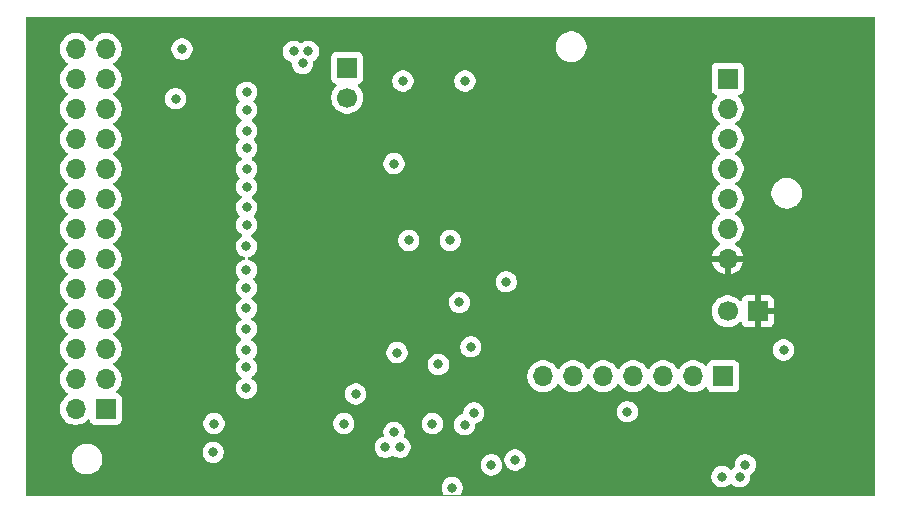
<source format=gbr>
%TF.GenerationSoftware,KiCad,Pcbnew,9.0.5-1.fc42*%
%TF.CreationDate,2025-11-21T18:00:37+01:00*%
%TF.ProjectId,bioamplifier,62696f61-6d70-46c6-9966-6965722e6b69,rev?*%
%TF.SameCoordinates,Original*%
%TF.FileFunction,Copper,L3,Inr*%
%TF.FilePolarity,Positive*%
%FSLAX46Y46*%
G04 Gerber Fmt 4.6, Leading zero omitted, Abs format (unit mm)*
G04 Created by KiCad (PCBNEW 9.0.5-1.fc42) date 2025-11-21 18:00:37*
%MOMM*%
%LPD*%
G01*
G04 APERTURE LIST*
%TA.AperFunction,ComponentPad*%
%ADD10R,1.700000X1.700000*%
%TD*%
%TA.AperFunction,ComponentPad*%
%ADD11C,1.700000*%
%TD*%
%TA.AperFunction,ComponentPad*%
%ADD12O,1.700000X1.700000*%
%TD*%
%TA.AperFunction,ViaPad*%
%ADD13C,0.800000*%
%TD*%
%TA.AperFunction,Profile*%
%ADD14C,0.100000*%
%TD*%
G04 APERTURE END LIST*
D10*
%TO.N,GNDA*%
%TO.C,J4*%
X77780000Y-76370000D03*
D11*
%TO.N,BIASINV*%
X77780000Y-78910000D03*
%TD*%
D10*
%TO.N,GNDD*%
%TO.C,J5*%
X112540000Y-97000000D03*
D11*
%TO.N,/DAISY-IN*%
X110000000Y-97000000D03*
%TD*%
D10*
%TO.N,Net-(J3-Pin_1)*%
%TO.C,J3*%
X110000000Y-77300000D03*
D12*
%TO.N,Net-(J3-Pin_2)*%
X110000000Y-79840000D03*
%TO.N,Net-(J3-Pin_3)*%
X110000000Y-82380000D03*
%TO.N,Net-(J3-Pin_4)*%
X110000000Y-84920000D03*
%TO.N,Net-(J3-Pin_5)*%
X110000000Y-87460000D03*
%TO.N,Net-(J3-Pin_6)*%
X110000000Y-90000000D03*
%TO.N,GNDD*%
X110000000Y-92540000D03*
%TD*%
D10*
%TO.N,AVSS*%
%TO.C,J2*%
X57340000Y-105260000D03*
D12*
X54800000Y-105260000D03*
%TO.N,/Electrodes input/REF1*%
X57340000Y-102720000D03*
%TO.N,/Electrodes input/REF2*%
X54800000Y-102720000D03*
%TO.N,/Electrodes input/P1*%
X57340000Y-100180000D03*
%TO.N,/Electrodes input/N1*%
X54800000Y-100180000D03*
%TO.N,/Electrodes input/P2*%
X57340000Y-97640000D03*
%TO.N,/Electrodes input/N2*%
X54800000Y-97640000D03*
%TO.N,/Electrodes input/P3*%
X57340000Y-95100000D03*
%TO.N,/Electrodes input/N3*%
X54800000Y-95100000D03*
%TO.N,/Electrodes input/P4*%
X57340000Y-92560000D03*
%TO.N,/Electrodes input/N4*%
X54800000Y-92560000D03*
%TO.N,/Electrodes input/P5*%
X57340000Y-90020000D03*
%TO.N,/Electrodes input/N5*%
X54800000Y-90020000D03*
%TO.N,/Electrodes input/P6*%
X57340000Y-87480000D03*
%TO.N,/Electrodes input/N6*%
X54800000Y-87480000D03*
%TO.N,/Electrodes input/P7*%
X57340000Y-84940000D03*
%TO.N,/Electrodes input/N7*%
X54800000Y-84940000D03*
%TO.N,/Electrodes input/P8*%
X57340000Y-82400000D03*
%TO.N,/Electrodes input/N8*%
X54800000Y-82400000D03*
%TO.N,/Electrodes input/BIAS*%
X57340000Y-79860000D03*
X54800000Y-79860000D03*
%TO.N,GNDA*%
X57340000Y-77320000D03*
X54800000Y-77320000D03*
%TO.N,AVDD*%
X57340000Y-74780000D03*
X54800000Y-74780000D03*
%TD*%
D10*
%TO.N,3.3V_UNREG*%
%TO.C,J1*%
X109620000Y-102500000D03*
D12*
%TO.N,Net-(J1-Pin_2)*%
X107080000Y-102500000D03*
%TO.N,Net-(J1-Pin_3)*%
X104540000Y-102500000D03*
%TO.N,Net-(J1-Pin_4)*%
X102000000Y-102500000D03*
%TO.N,Net-(J1-Pin_5)*%
X99460000Y-102500000D03*
%TO.N,Net-(J1-Pin_6)*%
X96920000Y-102500000D03*
%TO.N,Net-(J1-Pin_7)*%
X94380000Y-102500000D03*
%TD*%
D13*
%TO.N,AVDD*%
X83000000Y-91000000D03*
X91250000Y-94500000D03*
%TO.N,GNDD*%
X85750000Y-84500000D03*
X91750000Y-79500000D03*
X116000000Y-97000000D03*
X88475500Y-90216800D03*
X113362500Y-104500000D03*
X93000000Y-98500000D03*
X117862500Y-111000000D03*
%TO.N,GNDA*%
X73250000Y-75000000D03*
X69250000Y-95000000D03*
X69250000Y-91500000D03*
X69270000Y-86446852D03*
X69250000Y-101750000D03*
X69249825Y-98499825D03*
X69270000Y-84946852D03*
X111000000Y-111000000D03*
X69250000Y-93500000D03*
X69270000Y-79946852D03*
X69270000Y-81696852D03*
X81750000Y-84500000D03*
X87274662Y-96242371D03*
X81750000Y-107250000D03*
X69250000Y-103500000D03*
X69270000Y-78446852D03*
X82250000Y-108500000D03*
X69250000Y-96750000D03*
X74500000Y-75000000D03*
X109500000Y-111000000D03*
X101500000Y-105500000D03*
X92000000Y-109587500D03*
X111500000Y-110000000D03*
X69270000Y-83196852D03*
X69250000Y-100250000D03*
X66439122Y-108943294D03*
X63800000Y-74800000D03*
X63250000Y-79000000D03*
X81000000Y-108500000D03*
X69270000Y-89696852D03*
X74000000Y-76000000D03*
X66500000Y-106500000D03*
X69270000Y-88196852D03*
%TO.N,-2.5V_UNREG*%
X88500000Y-105587500D03*
%TO.N,AVSS*%
X78500000Y-104000000D03*
X88250000Y-100000000D03*
X87750000Y-77500000D03*
X82500000Y-77500000D03*
X77500000Y-106500000D03*
X82000000Y-100500000D03*
%TO.N,Net-(U11-CAP+)*%
X86670000Y-111930000D03*
X87725000Y-106587500D03*
%TO.N,DVDD*%
X114725000Y-100275000D03*
X85500000Y-101500000D03*
X86500000Y-91000000D03*
X90000000Y-110000000D03*
X85000000Y-106500000D03*
%TD*%
%TA.AperFunction,Conductor*%
%TO.N,GNDD*%
G36*
X122317539Y-72063088D02*
G01*
X122363294Y-72115892D01*
X122374500Y-72167403D01*
X122374500Y-112431776D01*
X122354815Y-112498815D01*
X122302011Y-112544570D01*
X122250500Y-112555776D01*
X87566881Y-112555776D01*
X87499842Y-112536091D01*
X87454087Y-112483287D01*
X87444143Y-112414129D01*
X87463778Y-112362887D01*
X87468007Y-112356556D01*
X87468007Y-112356555D01*
X87468013Y-112356547D01*
X87535894Y-112192666D01*
X87570500Y-112018691D01*
X87570500Y-111841309D01*
X87570500Y-111841306D01*
X87570499Y-111841304D01*
X87535896Y-111667341D01*
X87535893Y-111667332D01*
X87468016Y-111503459D01*
X87468009Y-111503446D01*
X87369464Y-111355965D01*
X87369461Y-111355961D01*
X87244038Y-111230538D01*
X87244034Y-111230535D01*
X87096553Y-111131990D01*
X87096540Y-111131983D01*
X86932667Y-111064106D01*
X86932658Y-111064103D01*
X86758694Y-111029500D01*
X86758691Y-111029500D01*
X86581309Y-111029500D01*
X86581306Y-111029500D01*
X86407341Y-111064103D01*
X86407332Y-111064106D01*
X86243459Y-111131983D01*
X86243446Y-111131990D01*
X86095965Y-111230535D01*
X86095961Y-111230538D01*
X85970538Y-111355961D01*
X85970535Y-111355965D01*
X85871990Y-111503446D01*
X85871983Y-111503459D01*
X85804106Y-111667332D01*
X85804103Y-111667341D01*
X85769500Y-111841304D01*
X85769500Y-112018695D01*
X85804103Y-112192658D01*
X85804106Y-112192667D01*
X85871983Y-112356540D01*
X85871992Y-112356556D01*
X85876222Y-112362887D01*
X85897099Y-112429565D01*
X85878613Y-112496944D01*
X85826634Y-112543634D01*
X85773119Y-112555776D01*
X50726096Y-112555776D01*
X50659057Y-112536091D01*
X50613302Y-112483287D01*
X50602096Y-112431776D01*
X50602096Y-110911304D01*
X108599500Y-110911304D01*
X108599500Y-111088695D01*
X108634103Y-111262658D01*
X108634106Y-111262667D01*
X108701983Y-111426540D01*
X108701990Y-111426553D01*
X108800535Y-111574034D01*
X108800538Y-111574038D01*
X108925961Y-111699461D01*
X108925965Y-111699464D01*
X109073446Y-111798009D01*
X109073459Y-111798016D01*
X109177980Y-111841309D01*
X109237334Y-111865894D01*
X109237336Y-111865894D01*
X109237341Y-111865896D01*
X109411304Y-111900499D01*
X109411307Y-111900500D01*
X109411309Y-111900500D01*
X109588693Y-111900500D01*
X109588694Y-111900499D01*
X109646682Y-111888964D01*
X109762658Y-111865896D01*
X109762661Y-111865894D01*
X109762666Y-111865894D01*
X109926547Y-111798013D01*
X110074035Y-111699464D01*
X110106167Y-111667332D01*
X110162319Y-111611181D01*
X110223642Y-111577696D01*
X110293334Y-111582680D01*
X110337681Y-111611181D01*
X110425961Y-111699461D01*
X110425965Y-111699464D01*
X110573446Y-111798009D01*
X110573459Y-111798016D01*
X110677980Y-111841309D01*
X110737334Y-111865894D01*
X110737336Y-111865894D01*
X110737341Y-111865896D01*
X110911304Y-111900499D01*
X110911307Y-111900500D01*
X110911309Y-111900500D01*
X111088693Y-111900500D01*
X111088694Y-111900499D01*
X111146682Y-111888964D01*
X111262658Y-111865896D01*
X111262661Y-111865894D01*
X111262666Y-111865894D01*
X111426547Y-111798013D01*
X111574035Y-111699464D01*
X111699464Y-111574035D01*
X111798013Y-111426547D01*
X111865894Y-111262666D01*
X111872286Y-111230535D01*
X111900499Y-111088695D01*
X111900500Y-111088693D01*
X111900500Y-110911308D01*
X111899828Y-110907930D01*
X111899989Y-110906123D01*
X111899903Y-110905244D01*
X111900069Y-110905227D01*
X111906054Y-110838339D01*
X111948916Y-110783161D01*
X111952532Y-110780649D01*
X112074035Y-110699464D01*
X112199464Y-110574035D01*
X112298013Y-110426547D01*
X112299771Y-110422304D01*
X112350207Y-110300538D01*
X112365894Y-110262666D01*
X112374508Y-110219364D01*
X112398350Y-110099500D01*
X112400500Y-110088691D01*
X112400500Y-109911309D01*
X112400500Y-109911306D01*
X112400499Y-109911304D01*
X112365896Y-109737341D01*
X112365893Y-109737332D01*
X112298016Y-109573459D01*
X112298009Y-109573446D01*
X112199464Y-109425965D01*
X112199461Y-109425961D01*
X112074038Y-109300538D01*
X112074034Y-109300535D01*
X111926553Y-109201990D01*
X111926540Y-109201983D01*
X111762667Y-109134106D01*
X111762658Y-109134103D01*
X111588694Y-109099500D01*
X111588691Y-109099500D01*
X111411309Y-109099500D01*
X111411306Y-109099500D01*
X111237341Y-109134103D01*
X111237332Y-109134106D01*
X111073459Y-109201983D01*
X111073446Y-109201990D01*
X110925965Y-109300535D01*
X110925961Y-109300538D01*
X110800538Y-109425961D01*
X110800535Y-109425965D01*
X110701990Y-109573446D01*
X110701983Y-109573459D01*
X110634106Y-109737332D01*
X110634103Y-109737341D01*
X110599500Y-109911304D01*
X110599500Y-110088699D01*
X110600173Y-110092081D01*
X110600011Y-110093885D01*
X110600097Y-110094755D01*
X110599932Y-110094771D01*
X110593940Y-110161672D01*
X110551072Y-110216846D01*
X110547445Y-110219364D01*
X110425965Y-110300535D01*
X110425961Y-110300538D01*
X110337681Y-110388819D01*
X110276358Y-110422304D01*
X110206666Y-110417320D01*
X110162319Y-110388819D01*
X110074038Y-110300538D01*
X110074034Y-110300535D01*
X109926553Y-110201990D01*
X109926540Y-110201983D01*
X109762667Y-110134106D01*
X109762658Y-110134103D01*
X109588694Y-110099500D01*
X109588691Y-110099500D01*
X109411309Y-110099500D01*
X109411306Y-110099500D01*
X109237341Y-110134103D01*
X109237332Y-110134106D01*
X109073459Y-110201983D01*
X109073446Y-110201990D01*
X108925965Y-110300535D01*
X108925961Y-110300538D01*
X108800538Y-110425961D01*
X108800535Y-110425965D01*
X108701990Y-110573446D01*
X108701983Y-110573459D01*
X108634106Y-110737332D01*
X108634103Y-110737341D01*
X108599500Y-110911304D01*
X50602096Y-110911304D01*
X50602096Y-109397648D01*
X54449500Y-109397648D01*
X54449500Y-109602351D01*
X54481522Y-109804534D01*
X54544781Y-109999223D01*
X54593015Y-110093885D01*
X54627484Y-110161535D01*
X54637715Y-110181613D01*
X54758028Y-110347213D01*
X54902786Y-110491971D01*
X55015740Y-110574035D01*
X55068390Y-110612287D01*
X55184607Y-110671503D01*
X55250776Y-110705218D01*
X55250778Y-110705218D01*
X55250781Y-110705220D01*
X55349612Y-110737332D01*
X55445465Y-110768477D01*
X55522227Y-110780635D01*
X55647648Y-110800500D01*
X55647649Y-110800500D01*
X55852351Y-110800500D01*
X55852352Y-110800500D01*
X56054534Y-110768477D01*
X56249219Y-110705220D01*
X56431610Y-110612287D01*
X56524590Y-110544732D01*
X56597213Y-110491971D01*
X56597215Y-110491968D01*
X56597219Y-110491966D01*
X56741966Y-110347219D01*
X56741968Y-110347215D01*
X56741971Y-110347213D01*
X56834857Y-110219364D01*
X56862287Y-110181610D01*
X56955220Y-109999219D01*
X56983785Y-109911304D01*
X89099500Y-109911304D01*
X89099500Y-110088695D01*
X89134103Y-110262658D01*
X89134106Y-110262667D01*
X89201983Y-110426540D01*
X89201990Y-110426553D01*
X89300535Y-110574034D01*
X89300538Y-110574038D01*
X89425961Y-110699461D01*
X89425965Y-110699464D01*
X89573446Y-110798009D01*
X89573459Y-110798016D01*
X89696363Y-110848923D01*
X89737334Y-110865894D01*
X89737336Y-110865894D01*
X89737341Y-110865896D01*
X89911304Y-110900499D01*
X89911307Y-110900500D01*
X89911309Y-110900500D01*
X90088693Y-110900500D01*
X90088694Y-110900499D01*
X90146682Y-110888964D01*
X90262658Y-110865896D01*
X90262661Y-110865894D01*
X90262666Y-110865894D01*
X90426547Y-110798013D01*
X90574035Y-110699464D01*
X90699464Y-110574035D01*
X90798013Y-110426547D01*
X90799771Y-110422304D01*
X90850207Y-110300538D01*
X90865894Y-110262666D01*
X90874508Y-110219364D01*
X90898350Y-110099500D01*
X90900500Y-110088691D01*
X90900500Y-109911309D01*
X90865894Y-109737334D01*
X90826719Y-109642755D01*
X90798016Y-109573459D01*
X90798009Y-109573446D01*
X90748134Y-109498804D01*
X91099500Y-109498804D01*
X91099500Y-109498809D01*
X91099500Y-109676191D01*
X91134106Y-109850166D01*
X91143444Y-109872712D01*
X91143445Y-109872713D01*
X91201983Y-110014041D01*
X91201990Y-110014053D01*
X91300535Y-110161534D01*
X91300538Y-110161538D01*
X91425961Y-110286961D01*
X91425965Y-110286964D01*
X91573446Y-110385509D01*
X91573459Y-110385516D01*
X91662275Y-110422304D01*
X91737334Y-110453394D01*
X91737336Y-110453394D01*
X91737341Y-110453396D01*
X91911304Y-110487999D01*
X91911307Y-110488000D01*
X91911309Y-110488000D01*
X92088693Y-110488000D01*
X92088694Y-110487999D01*
X92146682Y-110476464D01*
X92262658Y-110453396D01*
X92262661Y-110453394D01*
X92262666Y-110453394D01*
X92426547Y-110385513D01*
X92574035Y-110286964D01*
X92699464Y-110161535D01*
X92798013Y-110014047D01*
X92865894Y-109850166D01*
X92867162Y-109843794D01*
X92900499Y-109676195D01*
X92900500Y-109676193D01*
X92900500Y-109498806D01*
X92900499Y-109498804D01*
X92865896Y-109324841D01*
X92865893Y-109324832D01*
X92855829Y-109300536D01*
X92818926Y-109211442D01*
X92798016Y-109160959D01*
X92798009Y-109160946D01*
X92699464Y-109013465D01*
X92699461Y-109013461D01*
X92574038Y-108888038D01*
X92574034Y-108888035D01*
X92426553Y-108789490D01*
X92426540Y-108789483D01*
X92262667Y-108721606D01*
X92262658Y-108721603D01*
X92088694Y-108687000D01*
X92088691Y-108687000D01*
X91911309Y-108687000D01*
X91911306Y-108687000D01*
X91737341Y-108721603D01*
X91737332Y-108721606D01*
X91573459Y-108789483D01*
X91573446Y-108789490D01*
X91425965Y-108888035D01*
X91425961Y-108888038D01*
X91300538Y-109013461D01*
X91300535Y-109013465D01*
X91201990Y-109160946D01*
X91201983Y-109160959D01*
X91134106Y-109324832D01*
X91134103Y-109324841D01*
X91099500Y-109498804D01*
X90748134Y-109498804D01*
X90699464Y-109425965D01*
X90699461Y-109425961D01*
X90574038Y-109300538D01*
X90574034Y-109300535D01*
X90426553Y-109201990D01*
X90426540Y-109201983D01*
X90262667Y-109134106D01*
X90262658Y-109134103D01*
X90088694Y-109099500D01*
X90088691Y-109099500D01*
X89911309Y-109099500D01*
X89911306Y-109099500D01*
X89737341Y-109134103D01*
X89737332Y-109134106D01*
X89573459Y-109201983D01*
X89573446Y-109201990D01*
X89425965Y-109300535D01*
X89425961Y-109300538D01*
X89300538Y-109425961D01*
X89300535Y-109425965D01*
X89201990Y-109573446D01*
X89201983Y-109573459D01*
X89134106Y-109737332D01*
X89134103Y-109737341D01*
X89099500Y-109911304D01*
X56983785Y-109911304D01*
X57018477Y-109804534D01*
X57050500Y-109602352D01*
X57050500Y-109397648D01*
X57034719Y-109298013D01*
X57018477Y-109195465D01*
X56955218Y-109000776D01*
X56906318Y-108904806D01*
X56880736Y-108854598D01*
X65538622Y-108854598D01*
X65538622Y-109031989D01*
X65573225Y-109205952D01*
X65573228Y-109205961D01*
X65641105Y-109369834D01*
X65641112Y-109369847D01*
X65739657Y-109517328D01*
X65739660Y-109517332D01*
X65865083Y-109642755D01*
X65865087Y-109642758D01*
X66012568Y-109741303D01*
X66012581Y-109741310D01*
X66131715Y-109790656D01*
X66176456Y-109809188D01*
X66176458Y-109809188D01*
X66176463Y-109809190D01*
X66350426Y-109843793D01*
X66350429Y-109843794D01*
X66350431Y-109843794D01*
X66527815Y-109843794D01*
X66527816Y-109843793D01*
X66585804Y-109832258D01*
X66701780Y-109809190D01*
X66701783Y-109809188D01*
X66701788Y-109809188D01*
X66865669Y-109741307D01*
X67013157Y-109642758D01*
X67138586Y-109517329D01*
X67237135Y-109369841D01*
X67305016Y-109205960D01*
X67305807Y-109201987D01*
X67339621Y-109031989D01*
X67339622Y-109031987D01*
X67339622Y-108854600D01*
X67339621Y-108854598D01*
X67305018Y-108680635D01*
X67305015Y-108680626D01*
X67293481Y-108652781D01*
X67266935Y-108588691D01*
X67237138Y-108516753D01*
X67237131Y-108516740D01*
X67208645Y-108474108D01*
X67166680Y-108411304D01*
X80099500Y-108411304D01*
X80099500Y-108588695D01*
X80134103Y-108762658D01*
X80134106Y-108762667D01*
X80201983Y-108926540D01*
X80201990Y-108926553D01*
X80300535Y-109074034D01*
X80300538Y-109074038D01*
X80425961Y-109199461D01*
X80425965Y-109199464D01*
X80573446Y-109298009D01*
X80573459Y-109298016D01*
X80638200Y-109324832D01*
X80737334Y-109365894D01*
X80737336Y-109365894D01*
X80737341Y-109365896D01*
X80911304Y-109400499D01*
X80911307Y-109400500D01*
X80911309Y-109400500D01*
X81088693Y-109400500D01*
X81088694Y-109400499D01*
X81146682Y-109388964D01*
X81262658Y-109365896D01*
X81262661Y-109365894D01*
X81262666Y-109365894D01*
X81426547Y-109298013D01*
X81556109Y-109211442D01*
X81622786Y-109190564D01*
X81690166Y-109209048D01*
X81693891Y-109211442D01*
X81823453Y-109298013D01*
X81823455Y-109298014D01*
X81823459Y-109298016D01*
X81888200Y-109324832D01*
X81987334Y-109365894D01*
X81987336Y-109365894D01*
X81987341Y-109365896D01*
X82161304Y-109400499D01*
X82161307Y-109400500D01*
X82161309Y-109400500D01*
X82338693Y-109400500D01*
X82338694Y-109400499D01*
X82396682Y-109388964D01*
X82512658Y-109365896D01*
X82512661Y-109365894D01*
X82512666Y-109365894D01*
X82676547Y-109298013D01*
X82824035Y-109199464D01*
X82949464Y-109074035D01*
X83048013Y-108926547D01*
X83115894Y-108762666D01*
X83124062Y-108721606D01*
X83150499Y-108588695D01*
X83150500Y-108588693D01*
X83150500Y-108411306D01*
X83150499Y-108411304D01*
X83115896Y-108237341D01*
X83115893Y-108237332D01*
X83113486Y-108231522D01*
X83049647Y-108077397D01*
X83048016Y-108073459D01*
X83048009Y-108073446D01*
X82949464Y-107925965D01*
X82949461Y-107925961D01*
X82824038Y-107800538D01*
X82824034Y-107800535D01*
X82676552Y-107701990D01*
X82676550Y-107701989D01*
X82676547Y-107701987D01*
X82672399Y-107700269D01*
X82617998Y-107656430D01*
X82595933Y-107590136D01*
X82605292Y-107538259D01*
X82615894Y-107512666D01*
X82650500Y-107338691D01*
X82650500Y-107161309D01*
X82650500Y-107161306D01*
X82650499Y-107161304D01*
X82615896Y-106987341D01*
X82615893Y-106987332D01*
X82548016Y-106823459D01*
X82548009Y-106823446D01*
X82449464Y-106675965D01*
X82449461Y-106675961D01*
X82324038Y-106550538D01*
X82324034Y-106550535D01*
X82260854Y-106508319D01*
X82176553Y-106451990D01*
X82176540Y-106451983D01*
X82078330Y-106411304D01*
X84099500Y-106411304D01*
X84099500Y-106588695D01*
X84134103Y-106762658D01*
X84134106Y-106762667D01*
X84201983Y-106926540D01*
X84201990Y-106926553D01*
X84300535Y-107074034D01*
X84300538Y-107074038D01*
X84425961Y-107199461D01*
X84425965Y-107199464D01*
X84573446Y-107298009D01*
X84573459Y-107298016D01*
X84671659Y-107338691D01*
X84737334Y-107365894D01*
X84737336Y-107365894D01*
X84737341Y-107365896D01*
X84911304Y-107400499D01*
X84911307Y-107400500D01*
X84911309Y-107400500D01*
X85088693Y-107400500D01*
X85088694Y-107400499D01*
X85164020Y-107385516D01*
X85262658Y-107365896D01*
X85262661Y-107365894D01*
X85262666Y-107365894D01*
X85426547Y-107298013D01*
X85574035Y-107199464D01*
X85699464Y-107074035D01*
X85798013Y-106926547D01*
X85865894Y-106762666D01*
X85900500Y-106588691D01*
X85900500Y-106498804D01*
X86824500Y-106498804D01*
X86824500Y-106676195D01*
X86859103Y-106850158D01*
X86859106Y-106850167D01*
X86926983Y-107014040D01*
X86926990Y-107014053D01*
X87025535Y-107161534D01*
X87025538Y-107161538D01*
X87150961Y-107286961D01*
X87150965Y-107286964D01*
X87298446Y-107385509D01*
X87298459Y-107385516D01*
X87421363Y-107436423D01*
X87462334Y-107453394D01*
X87462336Y-107453394D01*
X87462341Y-107453396D01*
X87636304Y-107487999D01*
X87636307Y-107488000D01*
X87636309Y-107488000D01*
X87813693Y-107488000D01*
X87813694Y-107487999D01*
X87871682Y-107476464D01*
X87987658Y-107453396D01*
X87987661Y-107453394D01*
X87987666Y-107453394D01*
X88151547Y-107385513D01*
X88299035Y-107286964D01*
X88424464Y-107161535D01*
X88523013Y-107014047D01*
X88590894Y-106850166D01*
X88596207Y-106823459D01*
X88625499Y-106676195D01*
X88625500Y-106676193D01*
X88625500Y-106582442D01*
X88645185Y-106515403D01*
X88697989Y-106469648D01*
X88725305Y-106460825D01*
X88762666Y-106453394D01*
X88926547Y-106385513D01*
X89074035Y-106286964D01*
X89199464Y-106161535D01*
X89298013Y-106014047D01*
X89365894Y-105850166D01*
X89375767Y-105800535D01*
X89400499Y-105676195D01*
X89400500Y-105676193D01*
X89400500Y-105498806D01*
X89400499Y-105498804D01*
X89386696Y-105429408D01*
X89383095Y-105411304D01*
X100599500Y-105411304D01*
X100599500Y-105588695D01*
X100634103Y-105762658D01*
X100634106Y-105762667D01*
X100701983Y-105926540D01*
X100701990Y-105926553D01*
X100800535Y-106074034D01*
X100800538Y-106074038D01*
X100925961Y-106199461D01*
X100925965Y-106199464D01*
X101073446Y-106298009D01*
X101073459Y-106298016D01*
X101138200Y-106324832D01*
X101237334Y-106365894D01*
X101237336Y-106365894D01*
X101237341Y-106365896D01*
X101411304Y-106400499D01*
X101411307Y-106400500D01*
X101411309Y-106400500D01*
X101588693Y-106400500D01*
X101588694Y-106400499D01*
X101664020Y-106385516D01*
X101762658Y-106365896D01*
X101762661Y-106365894D01*
X101762666Y-106365894D01*
X101926547Y-106298013D01*
X102074035Y-106199464D01*
X102199464Y-106074035D01*
X102298013Y-105926547D01*
X102365894Y-105762666D01*
X102374062Y-105721606D01*
X102400499Y-105588695D01*
X102400500Y-105588693D01*
X102400500Y-105411306D01*
X102400499Y-105411304D01*
X102365896Y-105237341D01*
X102365893Y-105237332D01*
X102298016Y-105073459D01*
X102298009Y-105073446D01*
X102199464Y-104925965D01*
X102199461Y-104925961D01*
X102074038Y-104800538D01*
X102074034Y-104800535D01*
X101926553Y-104701990D01*
X101926540Y-104701983D01*
X101762667Y-104634106D01*
X101762658Y-104634103D01*
X101588694Y-104599500D01*
X101588691Y-104599500D01*
X101411309Y-104599500D01*
X101411306Y-104599500D01*
X101237341Y-104634103D01*
X101237332Y-104634106D01*
X101073459Y-104701983D01*
X101073446Y-104701990D01*
X100925965Y-104800535D01*
X100925961Y-104800538D01*
X100800538Y-104925961D01*
X100800535Y-104925965D01*
X100701990Y-105073446D01*
X100701983Y-105073459D01*
X100634106Y-105237332D01*
X100634103Y-105237341D01*
X100599500Y-105411304D01*
X89383095Y-105411304D01*
X89365895Y-105324840D01*
X89365894Y-105324834D01*
X89329650Y-105237332D01*
X89298016Y-105160959D01*
X89298009Y-105160946D01*
X89199464Y-105013465D01*
X89199461Y-105013461D01*
X89074038Y-104888038D01*
X89074034Y-104888035D01*
X88926553Y-104789490D01*
X88926540Y-104789483D01*
X88762667Y-104721606D01*
X88762658Y-104721603D01*
X88588694Y-104687000D01*
X88588691Y-104687000D01*
X88411309Y-104687000D01*
X88411306Y-104687000D01*
X88237341Y-104721603D01*
X88237332Y-104721606D01*
X88073459Y-104789483D01*
X88073446Y-104789490D01*
X87925965Y-104888035D01*
X87925961Y-104888038D01*
X87800538Y-105013461D01*
X87800535Y-105013465D01*
X87701990Y-105160946D01*
X87701983Y-105160959D01*
X87634106Y-105324832D01*
X87634103Y-105324841D01*
X87599500Y-105498804D01*
X87599500Y-105592557D01*
X87579815Y-105659596D01*
X87527011Y-105705351D01*
X87499693Y-105714174D01*
X87462338Y-105721604D01*
X87462329Y-105721607D01*
X87298459Y-105789483D01*
X87298446Y-105789490D01*
X87150965Y-105888035D01*
X87150961Y-105888038D01*
X87025538Y-106013461D01*
X87025535Y-106013465D01*
X86926990Y-106160946D01*
X86926983Y-106160959D01*
X86859106Y-106324832D01*
X86859103Y-106324841D01*
X86824500Y-106498804D01*
X85900500Y-106498804D01*
X85900500Y-106411309D01*
X85900500Y-106411306D01*
X85900499Y-106411304D01*
X85865896Y-106237341D01*
X85865893Y-106237332D01*
X85857671Y-106217483D01*
X85834499Y-106161538D01*
X85798016Y-106073459D01*
X85798009Y-106073446D01*
X85699464Y-105925965D01*
X85699461Y-105925961D01*
X85574038Y-105800538D01*
X85574034Y-105800535D01*
X85426553Y-105701990D01*
X85426540Y-105701983D01*
X85262667Y-105634106D01*
X85262658Y-105634103D01*
X85088694Y-105599500D01*
X85088691Y-105599500D01*
X84911309Y-105599500D01*
X84911306Y-105599500D01*
X84737341Y-105634103D01*
X84737332Y-105634106D01*
X84573459Y-105701983D01*
X84573446Y-105701990D01*
X84425965Y-105800535D01*
X84425961Y-105800538D01*
X84300538Y-105925961D01*
X84300535Y-105925965D01*
X84201990Y-106073446D01*
X84201983Y-106073459D01*
X84134106Y-106237332D01*
X84134103Y-106237341D01*
X84099500Y-106411304D01*
X82078330Y-106411304D01*
X82012667Y-106384106D01*
X82012658Y-106384103D01*
X81838694Y-106349500D01*
X81838691Y-106349500D01*
X81661309Y-106349500D01*
X81661306Y-106349500D01*
X81487341Y-106384103D01*
X81487332Y-106384106D01*
X81323459Y-106451983D01*
X81323446Y-106451990D01*
X81175965Y-106550535D01*
X81175961Y-106550538D01*
X81050538Y-106675961D01*
X81050535Y-106675965D01*
X80951990Y-106823446D01*
X80951983Y-106823459D01*
X80884106Y-106987332D01*
X80884103Y-106987341D01*
X80849500Y-107161304D01*
X80849500Y-107338695D01*
X80877564Y-107479783D01*
X80871337Y-107549375D01*
X80828474Y-107604552D01*
X80780139Y-107625591D01*
X80737340Y-107634104D01*
X80737332Y-107634106D01*
X80573459Y-107701983D01*
X80573446Y-107701990D01*
X80425965Y-107800535D01*
X80425961Y-107800538D01*
X80300538Y-107925961D01*
X80300535Y-107925965D01*
X80201990Y-108073446D01*
X80201983Y-108073459D01*
X80134106Y-108237332D01*
X80134103Y-108237341D01*
X80099500Y-108411304D01*
X67166680Y-108411304D01*
X67138586Y-108369259D01*
X67138583Y-108369255D01*
X67013160Y-108243832D01*
X67013156Y-108243829D01*
X66865675Y-108145284D01*
X66865662Y-108145277D01*
X66701789Y-108077400D01*
X66701780Y-108077397D01*
X66527816Y-108042794D01*
X66527813Y-108042794D01*
X66350431Y-108042794D01*
X66350428Y-108042794D01*
X66176463Y-108077397D01*
X66176454Y-108077400D01*
X66012581Y-108145277D01*
X66012568Y-108145284D01*
X65865087Y-108243829D01*
X65865083Y-108243832D01*
X65739660Y-108369255D01*
X65739657Y-108369259D01*
X65641112Y-108516740D01*
X65641105Y-108516753D01*
X65573228Y-108680626D01*
X65573225Y-108680635D01*
X65538622Y-108854598D01*
X56880736Y-108854598D01*
X56862284Y-108818385D01*
X56741971Y-108652786D01*
X56597213Y-108508028D01*
X56431613Y-108387715D01*
X56431612Y-108387714D01*
X56431610Y-108387713D01*
X56374653Y-108358691D01*
X56249223Y-108294781D01*
X56054534Y-108231522D01*
X55879995Y-108203878D01*
X55852352Y-108199500D01*
X55647648Y-108199500D01*
X55623329Y-108203351D01*
X55445465Y-108231522D01*
X55250776Y-108294781D01*
X55068386Y-108387715D01*
X54902786Y-108508028D01*
X54758028Y-108652786D01*
X54637715Y-108818386D01*
X54544781Y-109000776D01*
X54481522Y-109195465D01*
X54449500Y-109397648D01*
X50602096Y-109397648D01*
X50602096Y-74673713D01*
X53449500Y-74673713D01*
X53449500Y-74886287D01*
X53449882Y-74888696D01*
X53481558Y-75088695D01*
X53482754Y-75096243D01*
X53541703Y-75277669D01*
X53548444Y-75298414D01*
X53644951Y-75487820D01*
X53769890Y-75659786D01*
X53920213Y-75810109D01*
X54092182Y-75935050D01*
X54100946Y-75939516D01*
X54151742Y-75987491D01*
X54168536Y-76055312D01*
X54145998Y-76121447D01*
X54100946Y-76160484D01*
X54092182Y-76164949D01*
X53920213Y-76289890D01*
X53769890Y-76440213D01*
X53644951Y-76612179D01*
X53548444Y-76801585D01*
X53482753Y-77003760D01*
X53471716Y-77073446D01*
X53449500Y-77213713D01*
X53449500Y-77426287D01*
X53459534Y-77489644D01*
X53473997Y-77580958D01*
X53482754Y-77636243D01*
X53518867Y-77747388D01*
X53548444Y-77838414D01*
X53644951Y-78027820D01*
X53769890Y-78199786D01*
X53920213Y-78350109D01*
X54092182Y-78475050D01*
X54100946Y-78479516D01*
X54151742Y-78527491D01*
X54168536Y-78595312D01*
X54145998Y-78661447D01*
X54100946Y-78700484D01*
X54092182Y-78704949D01*
X53920213Y-78829890D01*
X53769890Y-78980213D01*
X53644951Y-79152179D01*
X53548444Y-79341585D01*
X53482753Y-79543760D01*
X53449500Y-79753713D01*
X53449500Y-79966286D01*
X53480427Y-80161555D01*
X53482754Y-80176243D01*
X53546814Y-80373399D01*
X53548444Y-80378414D01*
X53644951Y-80567820D01*
X53769890Y-80739786D01*
X53920213Y-80890109D01*
X54092182Y-81015050D01*
X54100946Y-81019516D01*
X54151742Y-81067491D01*
X54168536Y-81135312D01*
X54145998Y-81201447D01*
X54100946Y-81240484D01*
X54092182Y-81244949D01*
X53920213Y-81369890D01*
X53769890Y-81520213D01*
X53644951Y-81692179D01*
X53548444Y-81881585D01*
X53482753Y-82083760D01*
X53449500Y-82293713D01*
X53449500Y-82506286D01*
X53479585Y-82696239D01*
X53482754Y-82716243D01*
X53541945Y-82898414D01*
X53548444Y-82918414D01*
X53644951Y-83107820D01*
X53769890Y-83279786D01*
X53920213Y-83430109D01*
X54092182Y-83555050D01*
X54100946Y-83559516D01*
X54151742Y-83607491D01*
X54168536Y-83675312D01*
X54145998Y-83741447D01*
X54100946Y-83780484D01*
X54092182Y-83784949D01*
X53920213Y-83909890D01*
X53769890Y-84060213D01*
X53644951Y-84232179D01*
X53548444Y-84421585D01*
X53482753Y-84623760D01*
X53449500Y-84833713D01*
X53449500Y-85046286D01*
X53479585Y-85236239D01*
X53482754Y-85256243D01*
X53541945Y-85438414D01*
X53548444Y-85458414D01*
X53644951Y-85647820D01*
X53769890Y-85819786D01*
X53920213Y-85970109D01*
X54092182Y-86095050D01*
X54100946Y-86099516D01*
X54151742Y-86147491D01*
X54168536Y-86215312D01*
X54145998Y-86281447D01*
X54100946Y-86320484D01*
X54092182Y-86324949D01*
X53920213Y-86449890D01*
X53769890Y-86600213D01*
X53644951Y-86772179D01*
X53548444Y-86961585D01*
X53548443Y-86961587D01*
X53548443Y-86961588D01*
X53529175Y-87020890D01*
X53482753Y-87163760D01*
X53449500Y-87373713D01*
X53449500Y-87586286D01*
X53479585Y-87776239D01*
X53482754Y-87796243D01*
X53546350Y-87991971D01*
X53548444Y-87998414D01*
X53644951Y-88187820D01*
X53769890Y-88359786D01*
X53920213Y-88510109D01*
X54092182Y-88635050D01*
X54100946Y-88639516D01*
X54151742Y-88687491D01*
X54168536Y-88755312D01*
X54145998Y-88821447D01*
X54100946Y-88860484D01*
X54092182Y-88864949D01*
X53920213Y-88989890D01*
X53769890Y-89140213D01*
X53644951Y-89312179D01*
X53548444Y-89501585D01*
X53482753Y-89703760D01*
X53452668Y-89893713D01*
X53449500Y-89913713D01*
X53449500Y-90126287D01*
X53459534Y-90189644D01*
X53479585Y-90316239D01*
X53482754Y-90336243D01*
X53543054Y-90521827D01*
X53548444Y-90538414D01*
X53644951Y-90727820D01*
X53769890Y-90899786D01*
X53920213Y-91050109D01*
X54092182Y-91175050D01*
X54100946Y-91179516D01*
X54151742Y-91227491D01*
X54168536Y-91295312D01*
X54145998Y-91361447D01*
X54100946Y-91400484D01*
X54092182Y-91404949D01*
X53920213Y-91529890D01*
X53769890Y-91680213D01*
X53644951Y-91852179D01*
X53548444Y-92041585D01*
X53482753Y-92243760D01*
X53449500Y-92453713D01*
X53449500Y-92666286D01*
X53479567Y-92856126D01*
X53482754Y-92876243D01*
X53546829Y-93073446D01*
X53548444Y-93078414D01*
X53644951Y-93267820D01*
X53769890Y-93439786D01*
X53920213Y-93590109D01*
X54092182Y-93715050D01*
X54100946Y-93719516D01*
X54151742Y-93767491D01*
X54168536Y-93835312D01*
X54145998Y-93901447D01*
X54100946Y-93940484D01*
X54092182Y-93944949D01*
X53920213Y-94069890D01*
X53769890Y-94220213D01*
X53644951Y-94392179D01*
X53548444Y-94581585D01*
X53482753Y-94783760D01*
X53449500Y-94993713D01*
X53449500Y-95206286D01*
X53480260Y-95400500D01*
X53482754Y-95416243D01*
X53523910Y-95542909D01*
X53548444Y-95618414D01*
X53644951Y-95807820D01*
X53769890Y-95979786D01*
X53920213Y-96130109D01*
X54092182Y-96255050D01*
X54100946Y-96259516D01*
X54151742Y-96307491D01*
X54168536Y-96375312D01*
X54145998Y-96441447D01*
X54100946Y-96480484D01*
X54092182Y-96484949D01*
X53920213Y-96609890D01*
X53769890Y-96760213D01*
X53644951Y-96932179D01*
X53548444Y-97121585D01*
X53482753Y-97323760D01*
X53449500Y-97533713D01*
X53449500Y-97746286D01*
X53477930Y-97925790D01*
X53482754Y-97956243D01*
X53526892Y-98092086D01*
X53548444Y-98158414D01*
X53644951Y-98347820D01*
X53769890Y-98519786D01*
X53920213Y-98670109D01*
X54092182Y-98795050D01*
X54100946Y-98799516D01*
X54151742Y-98847491D01*
X54168536Y-98915312D01*
X54145998Y-98981447D01*
X54100946Y-99020484D01*
X54092182Y-99024949D01*
X53920213Y-99149890D01*
X53769890Y-99300213D01*
X53644951Y-99472179D01*
X53548444Y-99661585D01*
X53482753Y-99863760D01*
X53459220Y-100012341D01*
X53449500Y-100073713D01*
X53449500Y-100286287D01*
X53482754Y-100496243D01*
X53541336Y-100676540D01*
X53548444Y-100698414D01*
X53644951Y-100887820D01*
X53769890Y-101059786D01*
X53920213Y-101210109D01*
X54092182Y-101335050D01*
X54100946Y-101339516D01*
X54151742Y-101387491D01*
X54168536Y-101455312D01*
X54145998Y-101521447D01*
X54100946Y-101560484D01*
X54092182Y-101564949D01*
X53920213Y-101689890D01*
X53769890Y-101840213D01*
X53644951Y-102012179D01*
X53548444Y-102201585D01*
X53482753Y-102403760D01*
X53449500Y-102613713D01*
X53449500Y-102826286D01*
X53470939Y-102961650D01*
X53482754Y-103036243D01*
X53536606Y-103201983D01*
X53548444Y-103238414D01*
X53644951Y-103427820D01*
X53769890Y-103599786D01*
X53920213Y-103750109D01*
X54092182Y-103875050D01*
X54100946Y-103879516D01*
X54151742Y-103927491D01*
X54168536Y-103995312D01*
X54145998Y-104061447D01*
X54100946Y-104100484D01*
X54092182Y-104104949D01*
X53920213Y-104229890D01*
X53769890Y-104380213D01*
X53644951Y-104552179D01*
X53548444Y-104741585D01*
X53482753Y-104943760D01*
X53449500Y-105153713D01*
X53449500Y-105366286D01*
X53470489Y-105498809D01*
X53482754Y-105576243D01*
X53543324Y-105762658D01*
X53548444Y-105778414D01*
X53644951Y-105967820D01*
X53769890Y-106139786D01*
X53920213Y-106290109D01*
X54092179Y-106415048D01*
X54092181Y-106415049D01*
X54092184Y-106415051D01*
X54281588Y-106511557D01*
X54483757Y-106577246D01*
X54693713Y-106610500D01*
X54693714Y-106610500D01*
X54906286Y-106610500D01*
X54906287Y-106610500D01*
X55116243Y-106577246D01*
X55318412Y-106511557D01*
X55507816Y-106415051D01*
X55679792Y-106290104D01*
X55793329Y-106176566D01*
X55854648Y-106143084D01*
X55924340Y-106148068D01*
X55980274Y-106189939D01*
X55997189Y-106220917D01*
X56046202Y-106352328D01*
X56046206Y-106352335D01*
X56132452Y-106467544D01*
X56132455Y-106467547D01*
X56247664Y-106553793D01*
X56247671Y-106553797D01*
X56382517Y-106604091D01*
X56382516Y-106604091D01*
X56389444Y-106604835D01*
X56442127Y-106610500D01*
X58237872Y-106610499D01*
X58297483Y-106604091D01*
X58432331Y-106553796D01*
X58547546Y-106467546D01*
X58589649Y-106411304D01*
X65599500Y-106411304D01*
X65599500Y-106588695D01*
X65634103Y-106762658D01*
X65634106Y-106762667D01*
X65701983Y-106926540D01*
X65701990Y-106926553D01*
X65800535Y-107074034D01*
X65800538Y-107074038D01*
X65925961Y-107199461D01*
X65925965Y-107199464D01*
X66073446Y-107298009D01*
X66073459Y-107298016D01*
X66171659Y-107338691D01*
X66237334Y-107365894D01*
X66237336Y-107365894D01*
X66237341Y-107365896D01*
X66411304Y-107400499D01*
X66411307Y-107400500D01*
X66411309Y-107400500D01*
X66588693Y-107400500D01*
X66588694Y-107400499D01*
X66664020Y-107385516D01*
X66762658Y-107365896D01*
X66762661Y-107365894D01*
X66762666Y-107365894D01*
X66926547Y-107298013D01*
X67074035Y-107199464D01*
X67199464Y-107074035D01*
X67298013Y-106926547D01*
X67365894Y-106762666D01*
X67400500Y-106588691D01*
X67400500Y-106411309D01*
X67400500Y-106411306D01*
X67400499Y-106411304D01*
X76599500Y-106411304D01*
X76599500Y-106588695D01*
X76634103Y-106762658D01*
X76634106Y-106762667D01*
X76701983Y-106926540D01*
X76701990Y-106926553D01*
X76800535Y-107074034D01*
X76800538Y-107074038D01*
X76925961Y-107199461D01*
X76925965Y-107199464D01*
X77073446Y-107298009D01*
X77073459Y-107298016D01*
X77171659Y-107338691D01*
X77237334Y-107365894D01*
X77237336Y-107365894D01*
X77237341Y-107365896D01*
X77411304Y-107400499D01*
X77411307Y-107400500D01*
X77411309Y-107400500D01*
X77588693Y-107400500D01*
X77588694Y-107400499D01*
X77664020Y-107385516D01*
X77762658Y-107365896D01*
X77762661Y-107365894D01*
X77762666Y-107365894D01*
X77926547Y-107298013D01*
X78074035Y-107199464D01*
X78199464Y-107074035D01*
X78298013Y-106926547D01*
X78365894Y-106762666D01*
X78400500Y-106588691D01*
X78400500Y-106411309D01*
X78400500Y-106411306D01*
X78400499Y-106411304D01*
X78365896Y-106237341D01*
X78365893Y-106237332D01*
X78357671Y-106217483D01*
X78334499Y-106161538D01*
X78298016Y-106073459D01*
X78298009Y-106073446D01*
X78199464Y-105925965D01*
X78199461Y-105925961D01*
X78074038Y-105800538D01*
X78074034Y-105800535D01*
X77926553Y-105701990D01*
X77926540Y-105701983D01*
X77762667Y-105634106D01*
X77762658Y-105634103D01*
X77588694Y-105599500D01*
X77588691Y-105599500D01*
X77411309Y-105599500D01*
X77411306Y-105599500D01*
X77237341Y-105634103D01*
X77237332Y-105634106D01*
X77073459Y-105701983D01*
X77073446Y-105701990D01*
X76925965Y-105800535D01*
X76925961Y-105800538D01*
X76800538Y-105925961D01*
X76800535Y-105925965D01*
X76701990Y-106073446D01*
X76701983Y-106073459D01*
X76634106Y-106237332D01*
X76634103Y-106237341D01*
X76599500Y-106411304D01*
X67400499Y-106411304D01*
X67365896Y-106237341D01*
X67365893Y-106237332D01*
X67357671Y-106217483D01*
X67334499Y-106161538D01*
X67298016Y-106073459D01*
X67298009Y-106073446D01*
X67199464Y-105925965D01*
X67199461Y-105925961D01*
X67074038Y-105800538D01*
X67074034Y-105800535D01*
X66926553Y-105701990D01*
X66926540Y-105701983D01*
X66762667Y-105634106D01*
X66762658Y-105634103D01*
X66588694Y-105599500D01*
X66588691Y-105599500D01*
X66411309Y-105599500D01*
X66411306Y-105599500D01*
X66237341Y-105634103D01*
X66237332Y-105634106D01*
X66073459Y-105701983D01*
X66073446Y-105701990D01*
X65925965Y-105800535D01*
X65925961Y-105800538D01*
X65800538Y-105925961D01*
X65800535Y-105925965D01*
X65701990Y-106073446D01*
X65701983Y-106073459D01*
X65634106Y-106237332D01*
X65634103Y-106237341D01*
X65599500Y-106411304D01*
X58589649Y-106411304D01*
X58633796Y-106352331D01*
X58684091Y-106217483D01*
X58690500Y-106157873D01*
X58690499Y-104362128D01*
X58684091Y-104302517D01*
X58682810Y-104299083D01*
X58633797Y-104167671D01*
X58633793Y-104167664D01*
X58547547Y-104052455D01*
X58547544Y-104052452D01*
X58432335Y-103966206D01*
X58432328Y-103966202D01*
X58300917Y-103917189D01*
X58244983Y-103875318D01*
X58220566Y-103809853D01*
X58235418Y-103741580D01*
X58256563Y-103713332D01*
X58370104Y-103599792D01*
X58378167Y-103588695D01*
X58473497Y-103457483D01*
X58495051Y-103427816D01*
X58591557Y-103238412D01*
X58657246Y-103036243D01*
X58690500Y-102826287D01*
X58690500Y-102613713D01*
X58657246Y-102403757D01*
X58591557Y-102201588D01*
X58495051Y-102012184D01*
X58495049Y-102012181D01*
X58495048Y-102012179D01*
X58370109Y-101840213D01*
X58219786Y-101689890D01*
X58047820Y-101564951D01*
X58047115Y-101564591D01*
X58039054Y-101560485D01*
X57988259Y-101512512D01*
X57971463Y-101444692D01*
X57993999Y-101378556D01*
X58039054Y-101339515D01*
X58047816Y-101335051D01*
X58106449Y-101292452D01*
X58219786Y-101210109D01*
X58219788Y-101210106D01*
X58219792Y-101210104D01*
X58370104Y-101059792D01*
X58370106Y-101059788D01*
X58370109Y-101059786D01*
X58495048Y-100887820D01*
X58495047Y-100887820D01*
X58495051Y-100887816D01*
X58591557Y-100698412D01*
X58657246Y-100496243D01*
X58690500Y-100286287D01*
X58690500Y-100073713D01*
X58657246Y-99863757D01*
X58591557Y-99661588D01*
X58495051Y-99472184D01*
X58495049Y-99472181D01*
X58495048Y-99472179D01*
X58370109Y-99300213D01*
X58219786Y-99149890D01*
X58047820Y-99024951D01*
X58047115Y-99024591D01*
X58039054Y-99020485D01*
X57988259Y-98972512D01*
X57971463Y-98904692D01*
X57993999Y-98838556D01*
X58039054Y-98799515D01*
X58047816Y-98795051D01*
X58092642Y-98762483D01*
X58219786Y-98670109D01*
X58219788Y-98670106D01*
X58219792Y-98670104D01*
X58370104Y-98519792D01*
X58370106Y-98519788D01*
X58370109Y-98519786D01*
X58449052Y-98411129D01*
X68349325Y-98411129D01*
X68349325Y-98588520D01*
X68383928Y-98762483D01*
X68383931Y-98762492D01*
X68451808Y-98926365D01*
X68451815Y-98926378D01*
X68550360Y-99073859D01*
X68550363Y-99073863D01*
X68675789Y-99199289D01*
X68744200Y-99244999D01*
X68784412Y-99271868D01*
X68829217Y-99325480D01*
X68837924Y-99394805D01*
X68807770Y-99457832D01*
X68784413Y-99478072D01*
X68675961Y-99550538D01*
X68550538Y-99675961D01*
X68550535Y-99675965D01*
X68451990Y-99823446D01*
X68451983Y-99823459D01*
X68384106Y-99987332D01*
X68384103Y-99987341D01*
X68349500Y-100161304D01*
X68349500Y-100338695D01*
X68384103Y-100512658D01*
X68384106Y-100512667D01*
X68451983Y-100676540D01*
X68451990Y-100676553D01*
X68550535Y-100824034D01*
X68550538Y-100824038D01*
X68638819Y-100912319D01*
X68672304Y-100973642D01*
X68667320Y-101043334D01*
X68638819Y-101087681D01*
X68550538Y-101175961D01*
X68550535Y-101175965D01*
X68451990Y-101323446D01*
X68451983Y-101323459D01*
X68384106Y-101487332D01*
X68384103Y-101487341D01*
X68349500Y-101661304D01*
X68349500Y-101838695D01*
X68384103Y-102012658D01*
X68384106Y-102012667D01*
X68451983Y-102176540D01*
X68451990Y-102176553D01*
X68550535Y-102324034D01*
X68550538Y-102324038D01*
X68675961Y-102449461D01*
X68675965Y-102449464D01*
X68784368Y-102521898D01*
X68829173Y-102575511D01*
X68837880Y-102644836D01*
X68807725Y-102707863D01*
X68784368Y-102728102D01*
X68675965Y-102800535D01*
X68675961Y-102800538D01*
X68550538Y-102925961D01*
X68550535Y-102925965D01*
X68451990Y-103073446D01*
X68451983Y-103073459D01*
X68384106Y-103237332D01*
X68384103Y-103237341D01*
X68349500Y-103411304D01*
X68349500Y-103588695D01*
X68384103Y-103762658D01*
X68384106Y-103762667D01*
X68451983Y-103926540D01*
X68451990Y-103926553D01*
X68550535Y-104074034D01*
X68550538Y-104074038D01*
X68675961Y-104199461D01*
X68675965Y-104199464D01*
X68823446Y-104298009D01*
X68823459Y-104298016D01*
X68946363Y-104348923D01*
X68987334Y-104365894D01*
X68987336Y-104365894D01*
X68987341Y-104365896D01*
X69161304Y-104400499D01*
X69161307Y-104400500D01*
X69161309Y-104400500D01*
X69338693Y-104400500D01*
X69338694Y-104400499D01*
X69396682Y-104388964D01*
X69512658Y-104365896D01*
X69512661Y-104365894D01*
X69512666Y-104365894D01*
X69676547Y-104298013D01*
X69824035Y-104199464D01*
X69949464Y-104074035D01*
X70048013Y-103926547D01*
X70054327Y-103911304D01*
X77599500Y-103911304D01*
X77599500Y-104088695D01*
X77634103Y-104262658D01*
X77634106Y-104262667D01*
X77701983Y-104426540D01*
X77701990Y-104426553D01*
X77800535Y-104574034D01*
X77800538Y-104574038D01*
X77925961Y-104699461D01*
X77925965Y-104699464D01*
X78073446Y-104798009D01*
X78073459Y-104798016D01*
X78196363Y-104848923D01*
X78237334Y-104865894D01*
X78237336Y-104865894D01*
X78237341Y-104865896D01*
X78411304Y-104900499D01*
X78411307Y-104900500D01*
X78411309Y-104900500D01*
X78588693Y-104900500D01*
X78588694Y-104900499D01*
X78651356Y-104888035D01*
X78762658Y-104865896D01*
X78762661Y-104865894D01*
X78762666Y-104865894D01*
X78926547Y-104798013D01*
X79074035Y-104699464D01*
X79199464Y-104574035D01*
X79298013Y-104426547D01*
X79365894Y-104262666D01*
X79372413Y-104229896D01*
X79400499Y-104088695D01*
X79400500Y-104088693D01*
X79400500Y-103911306D01*
X79400499Y-103911304D01*
X79365896Y-103737341D01*
X79365893Y-103737332D01*
X79353555Y-103707546D01*
X79331812Y-103655051D01*
X79298016Y-103573459D01*
X79298009Y-103573446D01*
X79199464Y-103425965D01*
X79199461Y-103425961D01*
X79074038Y-103300538D01*
X79074034Y-103300535D01*
X78926553Y-103201990D01*
X78926540Y-103201983D01*
X78762667Y-103134106D01*
X78762658Y-103134103D01*
X78588694Y-103099500D01*
X78588691Y-103099500D01*
X78411309Y-103099500D01*
X78411306Y-103099500D01*
X78237341Y-103134103D01*
X78237332Y-103134106D01*
X78073459Y-103201983D01*
X78073446Y-103201990D01*
X77925965Y-103300535D01*
X77925961Y-103300538D01*
X77800538Y-103425961D01*
X77800535Y-103425965D01*
X77701990Y-103573446D01*
X77701983Y-103573459D01*
X77634106Y-103737332D01*
X77634103Y-103737341D01*
X77599500Y-103911304D01*
X70054327Y-103911304D01*
X70115894Y-103762666D01*
X70120089Y-103741580D01*
X70149776Y-103592331D01*
X70150500Y-103588691D01*
X70150500Y-103411309D01*
X70150500Y-103411306D01*
X70150499Y-103411304D01*
X70115896Y-103237341D01*
X70115893Y-103237332D01*
X70048016Y-103073459D01*
X70048009Y-103073446D01*
X69949464Y-102925965D01*
X69949461Y-102925961D01*
X69824038Y-102800538D01*
X69824034Y-102800535D01*
X69715631Y-102728102D01*
X69670826Y-102674490D01*
X69662119Y-102605165D01*
X69692274Y-102542137D01*
X69715631Y-102521898D01*
X69746925Y-102500987D01*
X69824035Y-102449464D01*
X69949464Y-102324035D01*
X70048013Y-102176547D01*
X70115894Y-102012666D01*
X70115991Y-102012182D01*
X70147904Y-101851742D01*
X70150500Y-101838691D01*
X70150500Y-101661309D01*
X70150500Y-101661306D01*
X70150499Y-101661304D01*
X70115896Y-101487341D01*
X70115893Y-101487332D01*
X70108668Y-101469890D01*
X70084401Y-101411304D01*
X84599500Y-101411304D01*
X84599500Y-101588695D01*
X84634103Y-101762658D01*
X84634106Y-101762667D01*
X84701983Y-101926540D01*
X84701990Y-101926553D01*
X84800535Y-102074034D01*
X84800538Y-102074038D01*
X84925961Y-102199461D01*
X84925965Y-102199464D01*
X85073446Y-102298009D01*
X85073459Y-102298016D01*
X85196363Y-102348923D01*
X85237334Y-102365894D01*
X85237336Y-102365894D01*
X85237341Y-102365896D01*
X85411304Y-102400499D01*
X85411307Y-102400500D01*
X85411309Y-102400500D01*
X85588693Y-102400500D01*
X85588694Y-102400499D01*
X85622808Y-102393713D01*
X93029500Y-102393713D01*
X93029500Y-102606286D01*
X93062753Y-102816239D01*
X93128444Y-103018414D01*
X93224951Y-103207820D01*
X93349890Y-103379786D01*
X93500213Y-103530109D01*
X93672179Y-103655048D01*
X93672181Y-103655049D01*
X93672184Y-103655051D01*
X93861588Y-103751557D01*
X94063757Y-103817246D01*
X94273713Y-103850500D01*
X94273714Y-103850500D01*
X94486286Y-103850500D01*
X94486287Y-103850500D01*
X94696243Y-103817246D01*
X94898412Y-103751557D01*
X95087816Y-103655051D01*
X95163874Y-103599792D01*
X95259786Y-103530109D01*
X95259788Y-103530106D01*
X95259792Y-103530104D01*
X95410104Y-103379792D01*
X95410106Y-103379788D01*
X95410109Y-103379786D01*
X95535048Y-103207820D01*
X95535047Y-103207820D01*
X95535051Y-103207816D01*
X95539514Y-103199054D01*
X95587488Y-103148259D01*
X95655308Y-103131463D01*
X95721444Y-103153999D01*
X95760486Y-103199056D01*
X95764951Y-103207820D01*
X95889890Y-103379786D01*
X96040213Y-103530109D01*
X96212179Y-103655048D01*
X96212181Y-103655049D01*
X96212184Y-103655051D01*
X96401588Y-103751557D01*
X96603757Y-103817246D01*
X96813713Y-103850500D01*
X96813714Y-103850500D01*
X97026286Y-103850500D01*
X97026287Y-103850500D01*
X97236243Y-103817246D01*
X97438412Y-103751557D01*
X97627816Y-103655051D01*
X97703874Y-103599792D01*
X97799786Y-103530109D01*
X97799788Y-103530106D01*
X97799792Y-103530104D01*
X97950104Y-103379792D01*
X97950106Y-103379788D01*
X97950109Y-103379786D01*
X98075048Y-103207820D01*
X98075047Y-103207820D01*
X98075051Y-103207816D01*
X98079514Y-103199054D01*
X98127488Y-103148259D01*
X98195308Y-103131463D01*
X98261444Y-103153999D01*
X98300486Y-103199056D01*
X98304951Y-103207820D01*
X98429890Y-103379786D01*
X98580213Y-103530109D01*
X98752179Y-103655048D01*
X98752181Y-103655049D01*
X98752184Y-103655051D01*
X98941588Y-103751557D01*
X99143757Y-103817246D01*
X99353713Y-103850500D01*
X99353714Y-103850500D01*
X99566286Y-103850500D01*
X99566287Y-103850500D01*
X99776243Y-103817246D01*
X99978412Y-103751557D01*
X100167816Y-103655051D01*
X100243874Y-103599792D01*
X100339786Y-103530109D01*
X100339788Y-103530106D01*
X100339792Y-103530104D01*
X100490104Y-103379792D01*
X100490106Y-103379788D01*
X100490109Y-103379786D01*
X100615048Y-103207820D01*
X100615047Y-103207820D01*
X100615051Y-103207816D01*
X100619514Y-103199054D01*
X100667488Y-103148259D01*
X100735308Y-103131463D01*
X100801444Y-103153999D01*
X100840486Y-103199056D01*
X100844951Y-103207820D01*
X100969890Y-103379786D01*
X101120213Y-103530109D01*
X101292179Y-103655048D01*
X101292181Y-103655049D01*
X101292184Y-103655051D01*
X101481588Y-103751557D01*
X101683757Y-103817246D01*
X101893713Y-103850500D01*
X101893714Y-103850500D01*
X102106286Y-103850500D01*
X102106287Y-103850500D01*
X102316243Y-103817246D01*
X102518412Y-103751557D01*
X102707816Y-103655051D01*
X102783874Y-103599792D01*
X102879786Y-103530109D01*
X102879788Y-103530106D01*
X102879792Y-103530104D01*
X103030104Y-103379792D01*
X103030106Y-103379788D01*
X103030109Y-103379786D01*
X103155048Y-103207820D01*
X103155047Y-103207820D01*
X103155051Y-103207816D01*
X103159514Y-103199054D01*
X103207488Y-103148259D01*
X103275308Y-103131463D01*
X103341444Y-103153999D01*
X103380486Y-103199056D01*
X103384951Y-103207820D01*
X103509890Y-103379786D01*
X103660213Y-103530109D01*
X103832179Y-103655048D01*
X103832181Y-103655049D01*
X103832184Y-103655051D01*
X104021588Y-103751557D01*
X104223757Y-103817246D01*
X104433713Y-103850500D01*
X104433714Y-103850500D01*
X104646286Y-103850500D01*
X104646287Y-103850500D01*
X104856243Y-103817246D01*
X105058412Y-103751557D01*
X105247816Y-103655051D01*
X105323874Y-103599792D01*
X105419786Y-103530109D01*
X105419788Y-103530106D01*
X105419792Y-103530104D01*
X105570104Y-103379792D01*
X105570106Y-103379788D01*
X105570109Y-103379786D01*
X105695048Y-103207820D01*
X105695047Y-103207820D01*
X105695051Y-103207816D01*
X105699514Y-103199054D01*
X105747488Y-103148259D01*
X105815308Y-103131463D01*
X105881444Y-103153999D01*
X105920486Y-103199056D01*
X105924951Y-103207820D01*
X106049890Y-103379786D01*
X106200213Y-103530109D01*
X106372179Y-103655048D01*
X106372181Y-103655049D01*
X106372184Y-103655051D01*
X106561588Y-103751557D01*
X106763757Y-103817246D01*
X106973713Y-103850500D01*
X106973714Y-103850500D01*
X107186286Y-103850500D01*
X107186287Y-103850500D01*
X107396243Y-103817246D01*
X107598412Y-103751557D01*
X107787816Y-103655051D01*
X107900127Y-103573453D01*
X107959784Y-103530110D01*
X107959784Y-103530109D01*
X107959792Y-103530104D01*
X108073329Y-103416566D01*
X108134648Y-103383084D01*
X108204340Y-103388068D01*
X108260274Y-103429939D01*
X108277189Y-103460917D01*
X108326202Y-103592328D01*
X108326206Y-103592335D01*
X108412452Y-103707544D01*
X108412455Y-103707547D01*
X108527664Y-103793793D01*
X108527671Y-103793797D01*
X108662517Y-103844091D01*
X108662516Y-103844091D01*
X108664842Y-103844341D01*
X108722127Y-103850500D01*
X110517872Y-103850499D01*
X110577483Y-103844091D01*
X110712331Y-103793796D01*
X110827546Y-103707546D01*
X110913796Y-103592331D01*
X110964091Y-103457483D01*
X110970500Y-103397873D01*
X110970499Y-101602128D01*
X110964091Y-101542517D01*
X110962810Y-101539083D01*
X110913797Y-101407671D01*
X110913793Y-101407664D01*
X110827547Y-101292455D01*
X110827544Y-101292452D01*
X110712335Y-101206206D01*
X110712328Y-101206202D01*
X110577482Y-101155908D01*
X110577483Y-101155908D01*
X110517883Y-101149501D01*
X110517881Y-101149500D01*
X110517873Y-101149500D01*
X110517864Y-101149500D01*
X108722129Y-101149500D01*
X108722123Y-101149501D01*
X108662516Y-101155908D01*
X108527671Y-101206202D01*
X108527664Y-101206206D01*
X108412455Y-101292452D01*
X108412452Y-101292455D01*
X108326206Y-101407664D01*
X108326203Y-101407669D01*
X108277189Y-101539083D01*
X108235317Y-101595016D01*
X108169853Y-101619433D01*
X108101580Y-101604581D01*
X108073326Y-101583430D01*
X107959786Y-101469890D01*
X107787820Y-101344951D01*
X107598414Y-101248444D01*
X107598413Y-101248443D01*
X107598412Y-101248443D01*
X107396243Y-101182754D01*
X107396241Y-101182753D01*
X107396240Y-101182753D01*
X107234957Y-101157208D01*
X107186287Y-101149500D01*
X106973713Y-101149500D01*
X106925042Y-101157208D01*
X106763760Y-101182753D01*
X106561585Y-101248444D01*
X106372179Y-101344951D01*
X106200213Y-101469890D01*
X106049890Y-101620213D01*
X105924949Y-101792182D01*
X105920484Y-101800946D01*
X105872509Y-101851742D01*
X105804688Y-101868536D01*
X105738553Y-101845998D01*
X105699516Y-101800946D01*
X105695050Y-101792182D01*
X105570109Y-101620213D01*
X105419786Y-101469890D01*
X105247820Y-101344951D01*
X105058414Y-101248444D01*
X105058413Y-101248443D01*
X105058412Y-101248443D01*
X104856243Y-101182754D01*
X104856241Y-101182753D01*
X104856240Y-101182753D01*
X104694957Y-101157208D01*
X104646287Y-101149500D01*
X104433713Y-101149500D01*
X104385042Y-101157208D01*
X104223760Y-101182753D01*
X104021585Y-101248444D01*
X103832179Y-101344951D01*
X103660213Y-101469890D01*
X103509890Y-101620213D01*
X103384949Y-101792182D01*
X103380484Y-101800946D01*
X103332509Y-101851742D01*
X103264688Y-101868536D01*
X103198553Y-101845998D01*
X103159516Y-101800946D01*
X103155050Y-101792182D01*
X103030109Y-101620213D01*
X102879786Y-101469890D01*
X102707820Y-101344951D01*
X102518414Y-101248444D01*
X102518413Y-101248443D01*
X102518412Y-101248443D01*
X102316243Y-101182754D01*
X102316241Y-101182753D01*
X102316240Y-101182753D01*
X102154957Y-101157208D01*
X102106287Y-101149500D01*
X101893713Y-101149500D01*
X101845042Y-101157208D01*
X101683760Y-101182753D01*
X101481585Y-101248444D01*
X101292179Y-101344951D01*
X101120213Y-101469890D01*
X100969890Y-101620213D01*
X100844949Y-101792182D01*
X100840484Y-101800946D01*
X100792509Y-101851742D01*
X100724688Y-101868536D01*
X100658553Y-101845998D01*
X100619516Y-101800946D01*
X100615050Y-101792182D01*
X100490109Y-101620213D01*
X100339786Y-101469890D01*
X100167820Y-101344951D01*
X99978414Y-101248444D01*
X99978413Y-101248443D01*
X99978412Y-101248443D01*
X99776243Y-101182754D01*
X99776241Y-101182753D01*
X99776240Y-101182753D01*
X99614957Y-101157208D01*
X99566287Y-101149500D01*
X99353713Y-101149500D01*
X99305042Y-101157208D01*
X99143760Y-101182753D01*
X98941585Y-101248444D01*
X98752179Y-101344951D01*
X98580213Y-101469890D01*
X98429890Y-101620213D01*
X98304949Y-101792182D01*
X98300484Y-101800946D01*
X98252509Y-101851742D01*
X98184688Y-101868536D01*
X98118553Y-101845998D01*
X98079516Y-101800946D01*
X98075050Y-101792182D01*
X97950109Y-101620213D01*
X97799786Y-101469890D01*
X97627820Y-101344951D01*
X97438414Y-101248444D01*
X97438413Y-101248443D01*
X97438412Y-101248443D01*
X97236243Y-101182754D01*
X97236241Y-101182753D01*
X97236240Y-101182753D01*
X97074957Y-101157208D01*
X97026287Y-101149500D01*
X96813713Y-101149500D01*
X96765042Y-101157208D01*
X96603760Y-101182753D01*
X96401585Y-101248444D01*
X96212179Y-101344951D01*
X96040213Y-101469890D01*
X95889890Y-101620213D01*
X95764949Y-101792182D01*
X95760484Y-101800946D01*
X95712509Y-101851742D01*
X95644688Y-101868536D01*
X95578553Y-101845998D01*
X95539516Y-101800946D01*
X95535050Y-101792182D01*
X95410109Y-101620213D01*
X95259786Y-101469890D01*
X95087820Y-101344951D01*
X94898414Y-101248444D01*
X94898413Y-101248443D01*
X94898412Y-101248443D01*
X94696243Y-101182754D01*
X94696241Y-101182753D01*
X94696240Y-101182753D01*
X94534957Y-101157208D01*
X94486287Y-101149500D01*
X94273713Y-101149500D01*
X94225042Y-101157208D01*
X94063760Y-101182753D01*
X93861585Y-101248444D01*
X93672179Y-101344951D01*
X93500213Y-101469890D01*
X93349890Y-101620213D01*
X93224951Y-101792179D01*
X93128444Y-101981585D01*
X93062753Y-102183760D01*
X93029500Y-102393713D01*
X85622808Y-102393713D01*
X85646682Y-102388964D01*
X85762658Y-102365896D01*
X85762661Y-102365894D01*
X85762666Y-102365894D01*
X85926547Y-102298013D01*
X85936775Y-102291178D01*
X85944917Y-102285739D01*
X86001722Y-102247781D01*
X86074035Y-102199464D01*
X86199464Y-102074035D01*
X86298013Y-101926547D01*
X86365894Y-101762666D01*
X86400500Y-101588691D01*
X86400500Y-101411309D01*
X86400500Y-101411306D01*
X86400499Y-101411304D01*
X86365896Y-101237341D01*
X86365893Y-101237332D01*
X86298016Y-101073459D01*
X86298009Y-101073446D01*
X86199464Y-100925965D01*
X86199461Y-100925961D01*
X86074038Y-100800538D01*
X86074034Y-100800535D01*
X85926553Y-100701990D01*
X85926540Y-100701983D01*
X85762667Y-100634106D01*
X85762658Y-100634103D01*
X85588694Y-100599500D01*
X85588691Y-100599500D01*
X85411309Y-100599500D01*
X85411306Y-100599500D01*
X85237341Y-100634103D01*
X85237332Y-100634106D01*
X85073459Y-100701983D01*
X85073446Y-100701990D01*
X84925965Y-100800535D01*
X84925961Y-100800538D01*
X84800538Y-100925961D01*
X84800535Y-100925965D01*
X84701990Y-101073446D01*
X84701983Y-101073459D01*
X84634106Y-101237332D01*
X84634103Y-101237341D01*
X84599500Y-101411304D01*
X70084401Y-101411304D01*
X70070837Y-101378556D01*
X70048016Y-101323459D01*
X70048009Y-101323446D01*
X69949464Y-101175965D01*
X69949461Y-101175961D01*
X69861181Y-101087681D01*
X69827696Y-101026358D01*
X69832680Y-100956666D01*
X69861181Y-100912319D01*
X69949461Y-100824038D01*
X69949464Y-100824035D01*
X70048013Y-100676547D01*
X70115894Y-100512666D01*
X70133023Y-100426553D01*
X70136057Y-100411304D01*
X81099500Y-100411304D01*
X81099500Y-100588695D01*
X81134103Y-100762658D01*
X81134106Y-100762667D01*
X81201983Y-100926540D01*
X81201990Y-100926553D01*
X81300535Y-101074034D01*
X81300538Y-101074038D01*
X81425961Y-101199461D01*
X81425965Y-101199464D01*
X81573446Y-101298009D01*
X81573459Y-101298016D01*
X81696363Y-101348923D01*
X81737334Y-101365894D01*
X81737336Y-101365894D01*
X81737341Y-101365896D01*
X81911304Y-101400499D01*
X81911307Y-101400500D01*
X81911309Y-101400500D01*
X82088693Y-101400500D01*
X82088694Y-101400499D01*
X82154091Y-101387491D01*
X82262658Y-101365896D01*
X82262661Y-101365894D01*
X82262666Y-101365894D01*
X82426547Y-101298013D01*
X82574035Y-101199464D01*
X82699464Y-101074035D01*
X82798013Y-100926547D01*
X82865894Y-100762666D01*
X82878052Y-100701547D01*
X82900499Y-100588695D01*
X82900500Y-100588693D01*
X82900500Y-100411306D01*
X82900499Y-100411304D01*
X82865896Y-100237341D01*
X82865893Y-100237332D01*
X82798016Y-100073459D01*
X82798009Y-100073446D01*
X82731633Y-99974108D01*
X82699464Y-99925965D01*
X82699461Y-99925961D01*
X82684804Y-99911304D01*
X87349500Y-99911304D01*
X87349500Y-100088695D01*
X87384103Y-100262658D01*
X87384106Y-100262667D01*
X87451983Y-100426540D01*
X87451990Y-100426553D01*
X87550535Y-100574034D01*
X87550538Y-100574038D01*
X87675961Y-100699461D01*
X87675965Y-100699464D01*
X87823446Y-100798009D01*
X87823459Y-100798016D01*
X87946363Y-100848923D01*
X87987334Y-100865894D01*
X87987336Y-100865894D01*
X87987341Y-100865896D01*
X88161304Y-100900499D01*
X88161307Y-100900500D01*
X88161309Y-100900500D01*
X88338693Y-100900500D01*
X88338694Y-100900499D01*
X88446497Y-100879056D01*
X88512658Y-100865896D01*
X88512661Y-100865894D01*
X88512666Y-100865894D01*
X88676547Y-100798013D01*
X88824035Y-100699464D01*
X88949464Y-100574035D01*
X89048013Y-100426547D01*
X89115894Y-100262666D01*
X89123873Y-100222550D01*
X89131084Y-100186304D01*
X113824500Y-100186304D01*
X113824500Y-100363695D01*
X113859103Y-100537658D01*
X113859106Y-100537667D01*
X113926983Y-100701540D01*
X113926990Y-100701553D01*
X114025535Y-100849034D01*
X114025538Y-100849038D01*
X114150961Y-100974461D01*
X114150965Y-100974464D01*
X114298446Y-101073009D01*
X114298459Y-101073016D01*
X114421363Y-101123923D01*
X114462334Y-101140894D01*
X114462336Y-101140894D01*
X114462341Y-101140896D01*
X114636304Y-101175499D01*
X114636307Y-101175500D01*
X114636309Y-101175500D01*
X114813693Y-101175500D01*
X114813694Y-101175499D01*
X114871682Y-101163964D01*
X114987658Y-101140896D01*
X114987661Y-101140894D01*
X114987666Y-101140894D01*
X115127535Y-101082958D01*
X115151540Y-101073016D01*
X115151540Y-101073015D01*
X115151547Y-101073013D01*
X115299035Y-100974464D01*
X115424464Y-100849035D01*
X115523013Y-100701547D01*
X115590894Y-100537666D01*
X115595869Y-100512659D01*
X115625499Y-100363695D01*
X115625500Y-100363693D01*
X115625500Y-100186306D01*
X115625499Y-100186304D01*
X115590896Y-100012341D01*
X115590893Y-100012332D01*
X115523016Y-99848459D01*
X115523009Y-99848446D01*
X115424464Y-99700965D01*
X115424461Y-99700961D01*
X115299038Y-99575538D01*
X115299034Y-99575535D01*
X115151553Y-99476990D01*
X115151540Y-99476983D01*
X114987667Y-99409106D01*
X114987658Y-99409103D01*
X114813694Y-99374500D01*
X114813691Y-99374500D01*
X114636309Y-99374500D01*
X114636306Y-99374500D01*
X114462341Y-99409103D01*
X114462332Y-99409106D01*
X114298459Y-99476983D01*
X114298446Y-99476990D01*
X114150965Y-99575535D01*
X114150961Y-99575538D01*
X114025538Y-99700961D01*
X114025535Y-99700965D01*
X113926990Y-99848446D01*
X113926983Y-99848459D01*
X113859106Y-100012332D01*
X113859103Y-100012341D01*
X113824500Y-100186304D01*
X89131084Y-100186304D01*
X89137107Y-100156025D01*
X89137107Y-100156024D01*
X89150499Y-100088695D01*
X89150500Y-100088693D01*
X89150500Y-99911306D01*
X89150499Y-99911304D01*
X89115896Y-99737341D01*
X89115893Y-99737332D01*
X89048016Y-99573459D01*
X89048009Y-99573446D01*
X88949464Y-99425965D01*
X88949461Y-99425961D01*
X88824038Y-99300538D01*
X88824034Y-99300535D01*
X88676553Y-99201990D01*
X88676540Y-99201983D01*
X88512667Y-99134106D01*
X88512658Y-99134103D01*
X88338694Y-99099500D01*
X88338691Y-99099500D01*
X88161309Y-99099500D01*
X88161306Y-99099500D01*
X87987341Y-99134103D01*
X87987332Y-99134106D01*
X87823459Y-99201983D01*
X87823446Y-99201990D01*
X87675965Y-99300535D01*
X87675961Y-99300538D01*
X87550538Y-99425961D01*
X87550535Y-99425965D01*
X87451990Y-99573446D01*
X87451983Y-99573459D01*
X87384106Y-99737332D01*
X87384103Y-99737341D01*
X87349500Y-99911304D01*
X82684804Y-99911304D01*
X82574038Y-99800538D01*
X82574034Y-99800535D01*
X82426553Y-99701990D01*
X82426540Y-99701983D01*
X82262667Y-99634106D01*
X82262658Y-99634103D01*
X82088694Y-99599500D01*
X82088691Y-99599500D01*
X81911309Y-99599500D01*
X81911306Y-99599500D01*
X81737341Y-99634103D01*
X81737332Y-99634106D01*
X81573459Y-99701983D01*
X81573446Y-99701990D01*
X81425965Y-99800535D01*
X81425961Y-99800538D01*
X81300538Y-99925961D01*
X81300535Y-99925965D01*
X81201990Y-100073446D01*
X81201983Y-100073459D01*
X81134106Y-100237332D01*
X81134103Y-100237341D01*
X81099500Y-100411304D01*
X70136057Y-100411304D01*
X70142080Y-100381025D01*
X70142080Y-100381024D01*
X70150499Y-100338695D01*
X70150500Y-100338693D01*
X70150500Y-100161306D01*
X70150499Y-100161304D01*
X70115896Y-99987341D01*
X70115893Y-99987332D01*
X70048016Y-99823459D01*
X70048009Y-99823446D01*
X69949464Y-99675965D01*
X69949461Y-99675961D01*
X69824038Y-99550538D01*
X69824034Y-99550535D01*
X69715412Y-99477956D01*
X69670607Y-99424344D01*
X69661900Y-99355019D01*
X69692054Y-99291991D01*
X69715412Y-99271752D01*
X69823860Y-99199289D01*
X69949289Y-99073860D01*
X70047838Y-98926372D01*
X70115719Y-98762491D01*
X70150325Y-98588516D01*
X70150325Y-98411134D01*
X70150325Y-98411131D01*
X70150324Y-98411129D01*
X70115721Y-98237166D01*
X70115718Y-98237157D01*
X70047841Y-98073284D01*
X70047834Y-98073271D01*
X69949289Y-97925790D01*
X69949286Y-97925786D01*
X69823863Y-97800363D01*
X69823859Y-97800360D01*
X69715674Y-97728072D01*
X69670869Y-97674459D01*
X69662162Y-97605134D01*
X69692317Y-97542107D01*
X69715668Y-97521872D01*
X69824035Y-97449464D01*
X69949464Y-97324035D01*
X70048013Y-97176547D01*
X70115894Y-97012666D01*
X70150500Y-96838691D01*
X70150500Y-96661309D01*
X70150500Y-96661306D01*
X70150499Y-96661304D01*
X70115896Y-96487341D01*
X70115893Y-96487332D01*
X70048016Y-96323459D01*
X70048014Y-96323455D01*
X70048013Y-96323453D01*
X70048008Y-96323446D01*
X69976535Y-96216479D01*
X69949464Y-96175965D01*
X69949461Y-96175961D01*
X69927175Y-96153675D01*
X86374162Y-96153675D01*
X86374162Y-96331066D01*
X86408765Y-96505029D01*
X86408768Y-96505038D01*
X86476645Y-96668911D01*
X86476652Y-96668924D01*
X86575197Y-96816405D01*
X86575200Y-96816409D01*
X86700623Y-96941832D01*
X86700627Y-96941835D01*
X86848108Y-97040380D01*
X86848121Y-97040387D01*
X86971025Y-97091294D01*
X87011996Y-97108265D01*
X87011998Y-97108265D01*
X87012003Y-97108267D01*
X87185966Y-97142870D01*
X87185969Y-97142871D01*
X87185971Y-97142871D01*
X87363355Y-97142871D01*
X87363356Y-97142870D01*
X87421344Y-97131335D01*
X87537320Y-97108267D01*
X87537323Y-97108265D01*
X87537328Y-97108265D01*
X87701209Y-97040384D01*
X87848697Y-96941835D01*
X87896819Y-96893713D01*
X108649500Y-96893713D01*
X108649500Y-97106287D01*
X108682754Y-97316243D01*
X108726040Y-97449464D01*
X108748444Y-97518414D01*
X108844951Y-97707820D01*
X108969890Y-97879786D01*
X109120213Y-98030109D01*
X109292179Y-98155048D01*
X109292181Y-98155049D01*
X109292184Y-98155051D01*
X109481588Y-98251557D01*
X109683757Y-98317246D01*
X109893713Y-98350500D01*
X109893714Y-98350500D01*
X110106286Y-98350500D01*
X110106287Y-98350500D01*
X110316243Y-98317246D01*
X110518412Y-98251557D01*
X110707816Y-98155051D01*
X110794478Y-98092088D01*
X110879784Y-98030110D01*
X110879784Y-98030109D01*
X110879792Y-98030104D01*
X110993717Y-97916178D01*
X111055036Y-97882696D01*
X111124728Y-97887680D01*
X111180662Y-97929551D01*
X111197577Y-97960528D01*
X111246646Y-98092088D01*
X111246649Y-98092093D01*
X111332809Y-98207187D01*
X111332812Y-98207190D01*
X111447906Y-98293350D01*
X111447913Y-98293354D01*
X111582620Y-98343596D01*
X111582627Y-98343598D01*
X111642155Y-98349999D01*
X111642172Y-98350000D01*
X112290000Y-98350000D01*
X112290000Y-97433012D01*
X112347007Y-97465925D01*
X112474174Y-97500000D01*
X112605826Y-97500000D01*
X112732993Y-97465925D01*
X112790000Y-97433012D01*
X112790000Y-98350000D01*
X113437828Y-98350000D01*
X113437844Y-98349999D01*
X113497372Y-98343598D01*
X113497379Y-98343596D01*
X113632086Y-98293354D01*
X113632093Y-98293350D01*
X113747187Y-98207190D01*
X113747190Y-98207187D01*
X113833350Y-98092093D01*
X113833354Y-98092086D01*
X113883596Y-97957379D01*
X113883598Y-97957372D01*
X113889999Y-97897844D01*
X113890000Y-97897827D01*
X113890000Y-97250000D01*
X112973012Y-97250000D01*
X113005925Y-97192993D01*
X113040000Y-97065826D01*
X113040000Y-96934174D01*
X113005925Y-96807007D01*
X112973012Y-96750000D01*
X113890000Y-96750000D01*
X113890000Y-96102172D01*
X113889999Y-96102155D01*
X113883598Y-96042627D01*
X113883596Y-96042620D01*
X113833354Y-95907913D01*
X113833350Y-95907906D01*
X113747190Y-95792812D01*
X113747187Y-95792809D01*
X113632093Y-95706649D01*
X113632086Y-95706645D01*
X113497379Y-95656403D01*
X113497372Y-95656401D01*
X113437844Y-95650000D01*
X112790000Y-95650000D01*
X112790000Y-96566988D01*
X112732993Y-96534075D01*
X112605826Y-96500000D01*
X112474174Y-96500000D01*
X112347007Y-96534075D01*
X112290000Y-96566988D01*
X112290000Y-95650000D01*
X111642155Y-95650000D01*
X111582627Y-95656401D01*
X111582620Y-95656403D01*
X111447913Y-95706645D01*
X111447906Y-95706649D01*
X111332812Y-95792809D01*
X111332809Y-95792812D01*
X111246649Y-95907906D01*
X111246646Y-95907912D01*
X111197577Y-96039471D01*
X111155705Y-96095404D01*
X111090241Y-96119821D01*
X111021968Y-96104969D01*
X110993714Y-96083818D01*
X110879786Y-95969890D01*
X110707820Y-95844951D01*
X110518414Y-95748444D01*
X110518413Y-95748443D01*
X110518412Y-95748443D01*
X110316243Y-95682754D01*
X110316241Y-95682753D01*
X110316240Y-95682753D01*
X110154957Y-95657208D01*
X110106287Y-95649500D01*
X109893713Y-95649500D01*
X109845042Y-95657208D01*
X109683760Y-95682753D01*
X109481585Y-95748444D01*
X109292179Y-95844951D01*
X109120213Y-95969890D01*
X108969890Y-96120213D01*
X108844951Y-96292179D01*
X108748444Y-96481585D01*
X108682753Y-96683760D01*
X108681291Y-96692993D01*
X108649500Y-96893713D01*
X87896819Y-96893713D01*
X87974126Y-96816406D01*
X88072675Y-96668918D01*
X88140556Y-96505037D01*
X88144078Y-96487334D01*
X88167417Y-96370000D01*
X88175162Y-96331062D01*
X88175162Y-96153680D01*
X88175162Y-96153677D01*
X88175161Y-96153675D01*
X88140558Y-95979712D01*
X88140555Y-95979703D01*
X88136490Y-95969890D01*
X88123585Y-95938734D01*
X88072678Y-95815830D01*
X88072671Y-95815817D01*
X87974126Y-95668336D01*
X87974123Y-95668332D01*
X87848700Y-95542909D01*
X87848696Y-95542906D01*
X87701215Y-95444361D01*
X87701202Y-95444354D01*
X87537329Y-95376477D01*
X87537320Y-95376474D01*
X87363356Y-95341871D01*
X87363353Y-95341871D01*
X87185971Y-95341871D01*
X87185968Y-95341871D01*
X87012003Y-95376474D01*
X87011994Y-95376477D01*
X86848121Y-95444354D01*
X86848108Y-95444361D01*
X86700627Y-95542906D01*
X86700623Y-95542909D01*
X86575200Y-95668332D01*
X86575197Y-95668336D01*
X86476652Y-95815817D01*
X86476645Y-95815830D01*
X86408768Y-95979703D01*
X86408765Y-95979712D01*
X86374162Y-96153675D01*
X69927175Y-96153675D01*
X69824038Y-96050538D01*
X69824034Y-96050535D01*
X69715631Y-95978102D01*
X69670826Y-95924490D01*
X69662119Y-95855165D01*
X69692274Y-95792137D01*
X69715631Y-95771898D01*
X69776145Y-95731463D01*
X69824035Y-95699464D01*
X69949464Y-95574035D01*
X70048013Y-95426547D01*
X70115894Y-95262666D01*
X70128467Y-95199461D01*
X70150499Y-95088695D01*
X70150500Y-95088693D01*
X70150500Y-94911306D01*
X70150499Y-94911304D01*
X70115896Y-94737341D01*
X70115893Y-94737332D01*
X70048016Y-94573459D01*
X70048009Y-94573446D01*
X69986115Y-94480816D01*
X69986112Y-94480813D01*
X69949464Y-94425965D01*
X69934803Y-94411304D01*
X90349500Y-94411304D01*
X90349500Y-94588695D01*
X90384103Y-94762658D01*
X90384106Y-94762667D01*
X90451983Y-94926540D01*
X90451990Y-94926553D01*
X90550535Y-95074034D01*
X90550538Y-95074038D01*
X90675961Y-95199461D01*
X90675965Y-95199464D01*
X90823446Y-95298009D01*
X90823459Y-95298016D01*
X90929337Y-95341871D01*
X90987334Y-95365894D01*
X90987336Y-95365894D01*
X90987341Y-95365896D01*
X91161304Y-95400499D01*
X91161307Y-95400500D01*
X91161309Y-95400500D01*
X91338693Y-95400500D01*
X91338694Y-95400499D01*
X91396682Y-95388964D01*
X91512658Y-95365896D01*
X91512661Y-95365894D01*
X91512666Y-95365894D01*
X91676547Y-95298013D01*
X91824035Y-95199464D01*
X91949464Y-95074035D01*
X92048013Y-94926547D01*
X92115894Y-94762666D01*
X92120932Y-94737341D01*
X92150499Y-94588695D01*
X92150500Y-94588693D01*
X92150500Y-94411306D01*
X92150499Y-94411304D01*
X92115896Y-94237341D01*
X92115893Y-94237332D01*
X92048016Y-94073459D01*
X92048009Y-94073446D01*
X91949464Y-93925965D01*
X91949461Y-93925961D01*
X91824038Y-93800538D01*
X91824034Y-93800535D01*
X91676553Y-93701990D01*
X91676540Y-93701983D01*
X91512667Y-93634106D01*
X91512658Y-93634103D01*
X91338694Y-93599500D01*
X91338691Y-93599500D01*
X91161309Y-93599500D01*
X91161306Y-93599500D01*
X90987341Y-93634103D01*
X90987332Y-93634106D01*
X90823459Y-93701983D01*
X90823446Y-93701990D01*
X90675965Y-93800535D01*
X90675961Y-93800538D01*
X90550538Y-93925961D01*
X90550535Y-93925965D01*
X90451990Y-94073446D01*
X90451983Y-94073459D01*
X90384106Y-94237332D01*
X90384103Y-94237341D01*
X90349500Y-94411304D01*
X69934803Y-94411304D01*
X69858278Y-94334779D01*
X69855560Y-94331674D01*
X69842546Y-94303553D01*
X69827696Y-94276358D01*
X69827999Y-94272120D01*
X69826215Y-94268266D01*
X69830469Y-94237575D01*
X69832680Y-94206666D01*
X69835324Y-94202550D01*
X69835809Y-94199058D01*
X69842831Y-94190870D01*
X69861181Y-94162319D01*
X69949461Y-94074038D01*
X69949464Y-94074035D01*
X70048013Y-93926547D01*
X70115894Y-93762666D01*
X70125366Y-93715051D01*
X70150499Y-93588695D01*
X70150500Y-93588693D01*
X70150500Y-93411306D01*
X70150499Y-93411304D01*
X70115896Y-93237341D01*
X70115893Y-93237332D01*
X70048016Y-93073459D01*
X70048009Y-93073446D01*
X69949464Y-92925965D01*
X69949461Y-92925961D01*
X69824038Y-92800538D01*
X69824034Y-92800535D01*
X69676553Y-92701990D01*
X69676540Y-92701983D01*
X69512667Y-92634106D01*
X69512658Y-92634103D01*
X69449882Y-92621617D01*
X69387971Y-92589232D01*
X69353397Y-92528517D01*
X69357136Y-92458747D01*
X69398003Y-92402075D01*
X69449882Y-92378383D01*
X69512658Y-92365896D01*
X69512661Y-92365894D01*
X69512666Y-92365894D01*
X69676547Y-92298013D01*
X69824035Y-92199464D01*
X69949464Y-92074035D01*
X70048013Y-91926547D01*
X70115894Y-91762666D01*
X70128467Y-91699461D01*
X70150499Y-91588695D01*
X70150500Y-91588693D01*
X70150500Y-91411306D01*
X70150499Y-91411304D01*
X70115896Y-91237341D01*
X70115893Y-91237332D01*
X70048016Y-91073459D01*
X70048009Y-91073446D01*
X69981633Y-90974108D01*
X69949464Y-90925965D01*
X69949461Y-90925961D01*
X69934804Y-90911304D01*
X82099500Y-90911304D01*
X82099500Y-91088695D01*
X82134103Y-91262658D01*
X82134106Y-91262667D01*
X82201983Y-91426540D01*
X82201990Y-91426553D01*
X82300535Y-91574034D01*
X82300538Y-91574038D01*
X82425961Y-91699461D01*
X82425965Y-91699464D01*
X82573446Y-91798009D01*
X82573459Y-91798016D01*
X82696363Y-91848923D01*
X82737334Y-91865894D01*
X82737336Y-91865894D01*
X82737341Y-91865896D01*
X82911304Y-91900499D01*
X82911307Y-91900500D01*
X82911309Y-91900500D01*
X83088693Y-91900500D01*
X83088694Y-91900499D01*
X83146682Y-91888964D01*
X83262658Y-91865896D01*
X83262661Y-91865894D01*
X83262666Y-91865894D01*
X83426547Y-91798013D01*
X83574035Y-91699464D01*
X83699464Y-91574035D01*
X83798013Y-91426547D01*
X83865894Y-91262666D01*
X83870932Y-91237341D01*
X83900499Y-91088695D01*
X83900500Y-91088693D01*
X83900500Y-90911306D01*
X83900499Y-90911304D01*
X85599500Y-90911304D01*
X85599500Y-91088695D01*
X85634103Y-91262658D01*
X85634106Y-91262667D01*
X85701983Y-91426540D01*
X85701990Y-91426553D01*
X85800535Y-91574034D01*
X85800538Y-91574038D01*
X85925961Y-91699461D01*
X85925965Y-91699464D01*
X86073446Y-91798009D01*
X86073459Y-91798016D01*
X86196363Y-91848923D01*
X86237334Y-91865894D01*
X86237336Y-91865894D01*
X86237341Y-91865896D01*
X86411304Y-91900499D01*
X86411307Y-91900500D01*
X86411309Y-91900500D01*
X86588693Y-91900500D01*
X86588694Y-91900499D01*
X86646682Y-91888964D01*
X86762658Y-91865896D01*
X86762661Y-91865894D01*
X86762666Y-91865894D01*
X86926547Y-91798013D01*
X87074035Y-91699464D01*
X87199464Y-91574035D01*
X87298013Y-91426547D01*
X87365894Y-91262666D01*
X87370932Y-91237341D01*
X87400499Y-91088695D01*
X87400500Y-91088693D01*
X87400500Y-90911306D01*
X87400499Y-90911304D01*
X87365896Y-90737341D01*
X87365893Y-90737332D01*
X87361951Y-90727816D01*
X87337283Y-90668259D01*
X87298016Y-90573459D01*
X87298009Y-90573446D01*
X87199464Y-90425965D01*
X87199461Y-90425961D01*
X87074038Y-90300538D01*
X87074034Y-90300535D01*
X86926553Y-90201990D01*
X86926540Y-90201983D01*
X86762667Y-90134106D01*
X86762658Y-90134103D01*
X86588694Y-90099500D01*
X86588691Y-90099500D01*
X86411309Y-90099500D01*
X86411306Y-90099500D01*
X86237341Y-90134103D01*
X86237332Y-90134106D01*
X86073459Y-90201983D01*
X86073446Y-90201990D01*
X85925965Y-90300535D01*
X85925961Y-90300538D01*
X85800538Y-90425961D01*
X85800535Y-90425965D01*
X85701990Y-90573446D01*
X85701983Y-90573459D01*
X85634106Y-90737332D01*
X85634103Y-90737341D01*
X85599500Y-90911304D01*
X83900499Y-90911304D01*
X83865896Y-90737341D01*
X83865893Y-90737332D01*
X83861951Y-90727816D01*
X83837283Y-90668259D01*
X83798016Y-90573459D01*
X83798009Y-90573446D01*
X83699464Y-90425965D01*
X83699461Y-90425961D01*
X83574038Y-90300538D01*
X83574034Y-90300535D01*
X83426553Y-90201990D01*
X83426540Y-90201983D01*
X83262667Y-90134106D01*
X83262658Y-90134103D01*
X83088694Y-90099500D01*
X83088691Y-90099500D01*
X82911309Y-90099500D01*
X82911306Y-90099500D01*
X82737341Y-90134103D01*
X82737332Y-90134106D01*
X82573459Y-90201983D01*
X82573446Y-90201990D01*
X82425965Y-90300535D01*
X82425961Y-90300538D01*
X82300538Y-90425961D01*
X82300535Y-90425965D01*
X82201990Y-90573446D01*
X82201983Y-90573459D01*
X82134106Y-90737332D01*
X82134103Y-90737341D01*
X82099500Y-90911304D01*
X69934804Y-90911304D01*
X69824038Y-90800538D01*
X69824034Y-90800535D01*
X69685236Y-90707792D01*
X69640431Y-90654179D01*
X69631724Y-90584854D01*
X69661879Y-90521827D01*
X69691644Y-90498492D01*
X69691482Y-90498250D01*
X69694676Y-90496115D01*
X69695681Y-90495328D01*
X69696543Y-90494866D01*
X69696547Y-90494865D01*
X69844035Y-90396316D01*
X69969464Y-90270887D01*
X70068013Y-90123399D01*
X70135894Y-89959518D01*
X70170500Y-89785543D01*
X70170500Y-89608161D01*
X70170500Y-89608158D01*
X70170499Y-89608156D01*
X70135896Y-89434193D01*
X70135893Y-89434184D01*
X70068016Y-89270311D01*
X70068009Y-89270298D01*
X69969464Y-89122817D01*
X69969461Y-89122813D01*
X69881181Y-89034533D01*
X69847696Y-88973210D01*
X69852680Y-88903518D01*
X69881181Y-88859171D01*
X69969461Y-88770890D01*
X69969464Y-88770887D01*
X70068013Y-88623399D01*
X70135894Y-88459518D01*
X70170500Y-88285543D01*
X70170500Y-88108161D01*
X70170500Y-88108158D01*
X70170499Y-88108156D01*
X70135896Y-87934193D01*
X70135893Y-87934184D01*
X70068016Y-87770311D01*
X70068009Y-87770298D01*
X69969464Y-87622817D01*
X69969461Y-87622813D01*
X69844038Y-87497390D01*
X69844034Y-87497387D01*
X69735631Y-87424954D01*
X69690826Y-87371342D01*
X69682119Y-87302017D01*
X69712274Y-87238989D01*
X69735631Y-87218750D01*
X69817928Y-87163760D01*
X69844035Y-87146316D01*
X69969464Y-87020887D01*
X70068013Y-86873399D01*
X70135894Y-86709518D01*
X70138690Y-86695465D01*
X70158964Y-86593534D01*
X70170500Y-86535543D01*
X70170500Y-86358161D01*
X70170500Y-86358158D01*
X70170499Y-86358156D01*
X70135896Y-86184193D01*
X70135893Y-86184184D01*
X70068016Y-86020311D01*
X70068009Y-86020298D01*
X69969464Y-85872817D01*
X69969461Y-85872813D01*
X69881181Y-85784533D01*
X69847696Y-85723210D01*
X69852680Y-85653518D01*
X69881181Y-85609171D01*
X69969461Y-85520890D01*
X69969464Y-85520887D01*
X70068013Y-85373399D01*
X70135894Y-85209518D01*
X70137895Y-85199461D01*
X70170499Y-85035547D01*
X70170500Y-85035545D01*
X70170500Y-84858158D01*
X70170499Y-84858156D01*
X70135896Y-84684193D01*
X70135893Y-84684184D01*
X70068016Y-84520311D01*
X70068008Y-84520296D01*
X70037146Y-84474109D01*
X70037145Y-84474108D01*
X69995180Y-84411304D01*
X80849500Y-84411304D01*
X80849500Y-84588695D01*
X80884103Y-84762658D01*
X80884106Y-84762667D01*
X80951983Y-84926540D01*
X80951990Y-84926553D01*
X81050535Y-85074034D01*
X81050538Y-85074038D01*
X81175961Y-85199461D01*
X81175965Y-85199464D01*
X81323446Y-85298009D01*
X81323459Y-85298016D01*
X81446363Y-85348923D01*
X81487334Y-85365894D01*
X81487336Y-85365894D01*
X81487341Y-85365896D01*
X81661304Y-85400499D01*
X81661307Y-85400500D01*
X81661309Y-85400500D01*
X81838693Y-85400500D01*
X81838694Y-85400499D01*
X81896682Y-85388964D01*
X82012658Y-85365896D01*
X82012661Y-85365894D01*
X82012666Y-85365894D01*
X82176547Y-85298013D01*
X82324035Y-85199464D01*
X82449464Y-85074035D01*
X82548013Y-84926547D01*
X82615894Y-84762666D01*
X82650500Y-84588691D01*
X82650500Y-84411309D01*
X82650500Y-84411306D01*
X82650499Y-84411304D01*
X82615896Y-84237341D01*
X82615893Y-84237332D01*
X82548016Y-84073459D01*
X82548009Y-84073446D01*
X82449464Y-83925965D01*
X82449461Y-83925961D01*
X82324038Y-83800538D01*
X82324034Y-83800535D01*
X82176553Y-83701990D01*
X82176540Y-83701983D01*
X82012667Y-83634106D01*
X82012658Y-83634103D01*
X81838694Y-83599500D01*
X81838691Y-83599500D01*
X81661309Y-83599500D01*
X81661306Y-83599500D01*
X81487341Y-83634103D01*
X81487332Y-83634106D01*
X81323459Y-83701983D01*
X81323446Y-83701990D01*
X81175965Y-83800535D01*
X81175961Y-83800538D01*
X81050538Y-83925961D01*
X81050535Y-83925965D01*
X80951990Y-84073446D01*
X80951983Y-84073459D01*
X80884106Y-84237332D01*
X80884103Y-84237341D01*
X80849500Y-84411304D01*
X69995180Y-84411304D01*
X69969464Y-84372817D01*
X69969461Y-84372813D01*
X69844038Y-84247390D01*
X69844034Y-84247387D01*
X69735631Y-84174954D01*
X69690826Y-84121342D01*
X69682119Y-84052017D01*
X69712274Y-83988989D01*
X69735631Y-83968750D01*
X69799668Y-83925961D01*
X69844035Y-83896316D01*
X69969464Y-83770887D01*
X70068013Y-83623399D01*
X70135894Y-83459518D01*
X70170500Y-83285543D01*
X70170500Y-83108161D01*
X70170500Y-83108158D01*
X70170499Y-83108156D01*
X70135896Y-82934193D01*
X70135893Y-82934184D01*
X70068016Y-82770311D01*
X70068009Y-82770298D01*
X69969464Y-82622817D01*
X69969461Y-82622813D01*
X69881181Y-82534533D01*
X69847696Y-82473210D01*
X69852680Y-82403518D01*
X69881181Y-82359171D01*
X69969461Y-82270890D01*
X69969464Y-82270887D01*
X70068013Y-82123399D01*
X70135894Y-81959518D01*
X70170500Y-81785543D01*
X70170500Y-81608161D01*
X70170500Y-81608158D01*
X70170499Y-81608156D01*
X70135896Y-81434193D01*
X70135893Y-81434184D01*
X70068016Y-81270311D01*
X70068009Y-81270298D01*
X69969464Y-81122817D01*
X69969461Y-81122813D01*
X69844038Y-80997390D01*
X69844034Y-80997387D01*
X69735631Y-80924954D01*
X69690826Y-80871342D01*
X69682119Y-80802017D01*
X69712274Y-80738989D01*
X69735631Y-80718750D01*
X69766925Y-80697839D01*
X69844035Y-80646316D01*
X69969464Y-80520887D01*
X70068013Y-80373399D01*
X70135894Y-80209518D01*
X70145435Y-80161555D01*
X70170499Y-80035547D01*
X70170500Y-80035545D01*
X70170500Y-79858158D01*
X70170499Y-79858156D01*
X70135896Y-79684193D01*
X70135893Y-79684184D01*
X70068016Y-79520311D01*
X70068009Y-79520298D01*
X69969464Y-79372817D01*
X69969461Y-79372813D01*
X69881181Y-79284533D01*
X69847696Y-79223210D01*
X69852680Y-79153518D01*
X69881181Y-79109171D01*
X69969461Y-79020890D01*
X69969464Y-79020887D01*
X70068013Y-78873399D01*
X70135894Y-78709518D01*
X70136803Y-78704951D01*
X70170499Y-78535547D01*
X70170500Y-78535545D01*
X70170500Y-78358158D01*
X70170499Y-78358156D01*
X70135896Y-78184193D01*
X70135893Y-78184184D01*
X70068016Y-78020311D01*
X70068009Y-78020298D01*
X69969464Y-77872817D01*
X69969461Y-77872813D01*
X69844038Y-77747390D01*
X69844034Y-77747387D01*
X69696553Y-77648842D01*
X69696540Y-77648835D01*
X69532667Y-77580958D01*
X69532658Y-77580955D01*
X69358694Y-77546352D01*
X69358691Y-77546352D01*
X69181309Y-77546352D01*
X69181306Y-77546352D01*
X69007341Y-77580955D01*
X69007332Y-77580958D01*
X68843459Y-77648835D01*
X68843446Y-77648842D01*
X68695965Y-77747387D01*
X68695961Y-77747390D01*
X68570538Y-77872813D01*
X68570535Y-77872817D01*
X68471990Y-78020298D01*
X68471983Y-78020311D01*
X68404106Y-78184184D01*
X68404103Y-78184193D01*
X68369500Y-78358156D01*
X68369500Y-78535547D01*
X68404103Y-78709510D01*
X68404106Y-78709519D01*
X68471983Y-78873392D01*
X68471990Y-78873405D01*
X68570535Y-79020886D01*
X68570538Y-79020890D01*
X68658819Y-79109171D01*
X68692304Y-79170494D01*
X68687320Y-79240186D01*
X68658819Y-79284533D01*
X68570538Y-79372813D01*
X68570535Y-79372817D01*
X68471990Y-79520298D01*
X68471983Y-79520311D01*
X68404106Y-79684184D01*
X68404103Y-79684193D01*
X68369500Y-79858156D01*
X68369500Y-80035547D01*
X68404103Y-80209510D01*
X68404106Y-80209519D01*
X68471983Y-80373392D01*
X68471990Y-80373405D01*
X68570535Y-80520886D01*
X68570538Y-80520890D01*
X68695961Y-80646313D01*
X68695965Y-80646316D01*
X68804368Y-80718750D01*
X68849173Y-80772363D01*
X68857880Y-80841688D01*
X68827725Y-80904715D01*
X68804368Y-80924954D01*
X68695965Y-80997387D01*
X68695961Y-80997390D01*
X68570538Y-81122813D01*
X68570535Y-81122817D01*
X68471990Y-81270298D01*
X68471983Y-81270311D01*
X68404106Y-81434184D01*
X68404103Y-81434193D01*
X68369500Y-81608156D01*
X68369500Y-81785547D01*
X68404103Y-81959510D01*
X68404106Y-81959519D01*
X68471983Y-82123392D01*
X68471990Y-82123405D01*
X68570535Y-82270886D01*
X68570538Y-82270890D01*
X68658819Y-82359171D01*
X68692304Y-82420494D01*
X68687320Y-82490186D01*
X68658819Y-82534533D01*
X68570538Y-82622813D01*
X68570535Y-82622817D01*
X68471990Y-82770298D01*
X68471983Y-82770311D01*
X68404106Y-82934184D01*
X68404103Y-82934193D01*
X68369500Y-83108156D01*
X68369500Y-83285547D01*
X68404103Y-83459510D01*
X68404106Y-83459519D01*
X68471983Y-83623392D01*
X68471990Y-83623405D01*
X68570535Y-83770886D01*
X68570538Y-83770890D01*
X68695961Y-83896313D01*
X68695965Y-83896316D01*
X68804368Y-83968750D01*
X68849173Y-84022363D01*
X68857880Y-84091688D01*
X68827725Y-84154715D01*
X68804368Y-84174954D01*
X68695965Y-84247387D01*
X68695961Y-84247390D01*
X68570538Y-84372813D01*
X68570535Y-84372817D01*
X68471990Y-84520298D01*
X68471983Y-84520311D01*
X68404106Y-84684184D01*
X68404103Y-84684193D01*
X68369500Y-84858156D01*
X68369500Y-85035547D01*
X68404103Y-85209510D01*
X68404106Y-85209519D01*
X68471983Y-85373392D01*
X68471990Y-85373405D01*
X68570535Y-85520886D01*
X68570538Y-85520890D01*
X68658819Y-85609171D01*
X68692304Y-85670494D01*
X68687320Y-85740186D01*
X68658819Y-85784533D01*
X68570538Y-85872813D01*
X68570535Y-85872817D01*
X68471990Y-86020298D01*
X68471983Y-86020311D01*
X68404106Y-86184184D01*
X68404103Y-86184193D01*
X68369500Y-86358156D01*
X68369500Y-86535547D01*
X68404103Y-86709510D01*
X68404106Y-86709519D01*
X68471983Y-86873392D01*
X68471990Y-86873405D01*
X68570535Y-87020886D01*
X68570538Y-87020890D01*
X68695961Y-87146313D01*
X68695965Y-87146316D01*
X68804368Y-87218750D01*
X68849173Y-87272363D01*
X68857880Y-87341688D01*
X68827725Y-87404715D01*
X68804368Y-87424954D01*
X68695965Y-87497387D01*
X68695961Y-87497390D01*
X68570538Y-87622813D01*
X68570535Y-87622817D01*
X68471990Y-87770298D01*
X68471983Y-87770311D01*
X68404106Y-87934184D01*
X68404103Y-87934193D01*
X68369500Y-88108156D01*
X68369500Y-88285547D01*
X68404103Y-88459510D01*
X68404106Y-88459519D01*
X68471983Y-88623392D01*
X68471990Y-88623405D01*
X68570535Y-88770886D01*
X68570538Y-88770890D01*
X68658819Y-88859171D01*
X68692304Y-88920494D01*
X68687320Y-88990186D01*
X68658819Y-89034533D01*
X68570538Y-89122813D01*
X68570535Y-89122817D01*
X68471990Y-89270298D01*
X68471983Y-89270311D01*
X68404106Y-89434184D01*
X68404103Y-89434193D01*
X68369500Y-89608156D01*
X68369500Y-89785547D01*
X68404103Y-89959510D01*
X68404106Y-89959519D01*
X68471983Y-90123392D01*
X68471990Y-90123405D01*
X68570535Y-90270886D01*
X68570538Y-90270890D01*
X68695961Y-90396313D01*
X68695965Y-90396316D01*
X68834763Y-90489059D01*
X68879568Y-90542671D01*
X68888275Y-90611996D01*
X68858120Y-90675024D01*
X68828357Y-90698361D01*
X68828518Y-90698602D01*
X68825353Y-90700716D01*
X68824339Y-90701512D01*
X68823457Y-90701983D01*
X68675965Y-90800535D01*
X68675961Y-90800538D01*
X68550538Y-90925961D01*
X68550535Y-90925965D01*
X68451990Y-91073446D01*
X68451983Y-91073459D01*
X68384106Y-91237332D01*
X68384103Y-91237341D01*
X68349500Y-91411304D01*
X68349500Y-91588695D01*
X68384103Y-91762658D01*
X68384106Y-91762667D01*
X68451983Y-91926540D01*
X68451990Y-91926553D01*
X68550535Y-92074034D01*
X68550538Y-92074038D01*
X68675961Y-92199461D01*
X68675965Y-92199464D01*
X68823446Y-92298009D01*
X68823459Y-92298016D01*
X68941736Y-92347007D01*
X68987334Y-92365894D01*
X69007594Y-92369924D01*
X69050118Y-92378383D01*
X69112028Y-92410768D01*
X69146603Y-92471484D01*
X69142863Y-92541253D01*
X69101996Y-92597925D01*
X69050118Y-92621617D01*
X68987340Y-92634104D01*
X68987332Y-92634106D01*
X68823459Y-92701983D01*
X68823446Y-92701990D01*
X68675965Y-92800535D01*
X68675961Y-92800538D01*
X68550538Y-92925961D01*
X68550535Y-92925965D01*
X68451990Y-93073446D01*
X68451983Y-93073459D01*
X68384106Y-93237332D01*
X68384103Y-93237341D01*
X68349500Y-93411304D01*
X68349500Y-93588695D01*
X68384103Y-93762658D01*
X68384106Y-93762667D01*
X68451983Y-93926540D01*
X68451990Y-93926553D01*
X68550535Y-94074034D01*
X68550538Y-94074038D01*
X68638819Y-94162319D01*
X68672304Y-94223642D01*
X68667320Y-94293334D01*
X68638819Y-94337681D01*
X68550538Y-94425961D01*
X68550535Y-94425965D01*
X68451990Y-94573446D01*
X68451983Y-94573459D01*
X68384106Y-94737332D01*
X68384103Y-94737341D01*
X68349500Y-94911304D01*
X68349500Y-95088695D01*
X68384103Y-95262658D01*
X68384106Y-95262667D01*
X68451983Y-95426540D01*
X68451990Y-95426553D01*
X68550535Y-95574034D01*
X68550538Y-95574038D01*
X68675961Y-95699461D01*
X68675965Y-95699464D01*
X68784368Y-95771898D01*
X68829173Y-95825511D01*
X68837880Y-95894836D01*
X68807725Y-95957863D01*
X68784368Y-95978102D01*
X68675965Y-96050535D01*
X68675961Y-96050538D01*
X68550538Y-96175961D01*
X68550535Y-96175965D01*
X68451990Y-96323446D01*
X68451983Y-96323459D01*
X68384106Y-96487332D01*
X68384103Y-96487341D01*
X68349500Y-96661304D01*
X68349500Y-96838695D01*
X68384103Y-97012658D01*
X68384106Y-97012667D01*
X68451983Y-97176540D01*
X68451990Y-97176553D01*
X68550535Y-97324034D01*
X68550538Y-97324038D01*
X68675961Y-97449461D01*
X68675965Y-97449464D01*
X68784150Y-97521752D01*
X68828955Y-97575365D01*
X68837662Y-97644690D01*
X68807507Y-97707717D01*
X68784150Y-97727956D01*
X68675790Y-97800360D01*
X68675786Y-97800363D01*
X68550363Y-97925786D01*
X68550360Y-97925790D01*
X68451815Y-98073271D01*
X68451808Y-98073284D01*
X68383931Y-98237157D01*
X68383928Y-98237166D01*
X68349325Y-98411129D01*
X58449052Y-98411129D01*
X58495047Y-98347822D01*
X58495047Y-98347820D01*
X58495051Y-98347816D01*
X58591557Y-98158412D01*
X58657246Y-97956243D01*
X58690500Y-97746287D01*
X58690500Y-97533713D01*
X58657246Y-97323757D01*
X58591557Y-97121588D01*
X58495051Y-96932184D01*
X58495049Y-96932181D01*
X58495048Y-96932179D01*
X58370109Y-96760213D01*
X58219786Y-96609890D01*
X58047820Y-96484951D01*
X58047115Y-96484591D01*
X58039054Y-96480485D01*
X57988259Y-96432512D01*
X57971463Y-96364692D01*
X57993999Y-96298556D01*
X58039054Y-96259515D01*
X58047816Y-96255051D01*
X58100906Y-96216479D01*
X58219786Y-96130109D01*
X58219788Y-96130106D01*
X58219792Y-96130104D01*
X58370104Y-95979792D01*
X58370106Y-95979788D01*
X58370109Y-95979786D01*
X58482195Y-95825511D01*
X58495051Y-95807816D01*
X58591557Y-95618412D01*
X58657246Y-95416243D01*
X58690500Y-95206287D01*
X58690500Y-94993713D01*
X58657246Y-94783757D01*
X58591557Y-94581588D01*
X58495051Y-94392184D01*
X58495049Y-94392181D01*
X58495048Y-94392179D01*
X58370109Y-94220213D01*
X58219786Y-94069890D01*
X58047820Y-93944951D01*
X58047115Y-93944591D01*
X58039054Y-93940485D01*
X57988259Y-93892512D01*
X57971463Y-93824692D01*
X57993999Y-93758556D01*
X58039054Y-93719515D01*
X58047816Y-93715051D01*
X58075937Y-93694620D01*
X58219786Y-93590109D01*
X58219788Y-93590106D01*
X58219792Y-93590104D01*
X58370104Y-93439792D01*
X58370106Y-93439788D01*
X58370109Y-93439786D01*
X58495048Y-93267820D01*
X58495047Y-93267820D01*
X58495051Y-93267816D01*
X58591557Y-93078412D01*
X58657246Y-92876243D01*
X58690500Y-92666287D01*
X58690500Y-92453713D01*
X58657246Y-92243757D01*
X58591557Y-92041588D01*
X58495051Y-91852184D01*
X58495049Y-91852181D01*
X58495048Y-91852179D01*
X58370109Y-91680213D01*
X58219786Y-91529890D01*
X58047820Y-91404951D01*
X58047115Y-91404591D01*
X58039054Y-91400485D01*
X57988259Y-91352512D01*
X57971463Y-91284692D01*
X57993999Y-91218556D01*
X58039054Y-91179515D01*
X58047816Y-91175051D01*
X58166676Y-91088695D01*
X58219786Y-91050109D01*
X58219788Y-91050106D01*
X58219792Y-91050104D01*
X58370104Y-90899792D01*
X58370106Y-90899788D01*
X58370109Y-90899786D01*
X58495048Y-90727820D01*
X58495047Y-90727820D01*
X58495051Y-90727816D01*
X58591557Y-90538412D01*
X58657246Y-90336243D01*
X58690500Y-90126287D01*
X58690500Y-89913713D01*
X58657246Y-89703757D01*
X58591557Y-89501588D01*
X58495051Y-89312184D01*
X58495049Y-89312181D01*
X58495048Y-89312179D01*
X58370109Y-89140213D01*
X58219786Y-88989890D01*
X58047820Y-88864951D01*
X58047115Y-88864591D01*
X58039054Y-88860485D01*
X57988259Y-88812512D01*
X57971463Y-88744692D01*
X57993999Y-88678556D01*
X58039054Y-88639515D01*
X58047816Y-88635051D01*
X58075348Y-88615048D01*
X58219786Y-88510109D01*
X58219788Y-88510106D01*
X58219792Y-88510104D01*
X58370104Y-88359792D01*
X58370106Y-88359788D01*
X58370109Y-88359786D01*
X58495048Y-88187820D01*
X58495047Y-88187820D01*
X58495051Y-88187816D01*
X58591557Y-87998412D01*
X58657246Y-87796243D01*
X58690500Y-87586287D01*
X58690500Y-87373713D01*
X58657246Y-87163757D01*
X58591557Y-86961588D01*
X58495051Y-86772184D01*
X58495049Y-86772181D01*
X58495048Y-86772179D01*
X58370109Y-86600213D01*
X58219786Y-86449890D01*
X58047820Y-86324951D01*
X58047115Y-86324591D01*
X58039054Y-86320485D01*
X57988259Y-86272512D01*
X57971463Y-86204692D01*
X57993999Y-86138556D01*
X58039054Y-86099515D01*
X58047816Y-86095051D01*
X58150696Y-86020305D01*
X58219786Y-85970109D01*
X58219788Y-85970106D01*
X58219792Y-85970104D01*
X58370104Y-85819792D01*
X58370106Y-85819788D01*
X58370109Y-85819786D01*
X58495048Y-85647820D01*
X58495047Y-85647820D01*
X58495051Y-85647816D01*
X58591557Y-85458412D01*
X58657246Y-85256243D01*
X58690500Y-85046287D01*
X58690500Y-84833713D01*
X58657246Y-84623757D01*
X58591557Y-84421588D01*
X58495051Y-84232184D01*
X58495049Y-84232181D01*
X58495048Y-84232179D01*
X58370109Y-84060213D01*
X58219786Y-83909890D01*
X58047820Y-83784951D01*
X58047115Y-83784591D01*
X58039054Y-83780485D01*
X57988259Y-83732512D01*
X57971463Y-83664692D01*
X57993999Y-83598556D01*
X58039054Y-83559515D01*
X58047816Y-83555051D01*
X58075348Y-83535048D01*
X58219786Y-83430109D01*
X58219788Y-83430106D01*
X58219792Y-83430104D01*
X58370104Y-83279792D01*
X58370106Y-83279788D01*
X58370109Y-83279786D01*
X58494800Y-83108161D01*
X58495051Y-83107816D01*
X58591557Y-82918412D01*
X58657246Y-82716243D01*
X58690500Y-82506287D01*
X58690500Y-82293713D01*
X58657246Y-82083757D01*
X58591557Y-81881588D01*
X58495051Y-81692184D01*
X58495049Y-81692181D01*
X58495048Y-81692179D01*
X58370109Y-81520213D01*
X58219786Y-81369890D01*
X58047820Y-81244951D01*
X58047115Y-81244591D01*
X58039054Y-81240485D01*
X57988259Y-81192512D01*
X57971463Y-81124692D01*
X57993999Y-81058556D01*
X58039054Y-81019515D01*
X58047816Y-81015051D01*
X58199682Y-80904715D01*
X58219786Y-80890109D01*
X58219788Y-80890106D01*
X58219792Y-80890104D01*
X58370104Y-80739792D01*
X58370106Y-80739788D01*
X58370109Y-80739786D01*
X58495048Y-80567820D01*
X58495047Y-80567820D01*
X58495051Y-80567816D01*
X58591557Y-80378412D01*
X58657246Y-80176243D01*
X58690500Y-79966287D01*
X58690500Y-79753713D01*
X58657246Y-79543757D01*
X58591557Y-79341588D01*
X58495051Y-79152184D01*
X58495049Y-79152181D01*
X58495048Y-79152179D01*
X58370109Y-78980214D01*
X58370105Y-78980209D01*
X58301200Y-78911304D01*
X62349500Y-78911304D01*
X62349500Y-79088695D01*
X62384103Y-79262658D01*
X62384106Y-79262667D01*
X62451983Y-79426540D01*
X62451990Y-79426553D01*
X62550535Y-79574034D01*
X62550538Y-79574038D01*
X62675961Y-79699461D01*
X62675965Y-79699464D01*
X62823446Y-79798009D01*
X62823459Y-79798016D01*
X62946363Y-79848923D01*
X62987334Y-79865894D01*
X62987336Y-79865894D01*
X62987341Y-79865896D01*
X63161304Y-79900499D01*
X63161307Y-79900500D01*
X63161309Y-79900500D01*
X63338693Y-79900500D01*
X63338694Y-79900499D01*
X63396682Y-79888964D01*
X63512658Y-79865896D01*
X63512661Y-79865894D01*
X63512666Y-79865894D01*
X63676547Y-79798013D01*
X63824035Y-79699464D01*
X63949464Y-79574035D01*
X64048013Y-79426547D01*
X64115894Y-79262666D01*
X64123743Y-79223210D01*
X64150499Y-79088695D01*
X64150500Y-79088693D01*
X64150500Y-78911306D01*
X64150499Y-78911304D01*
X64115896Y-78737341D01*
X64115893Y-78737332D01*
X64048016Y-78573459D01*
X64048009Y-78573446D01*
X63949464Y-78425965D01*
X63949461Y-78425961D01*
X63824038Y-78300538D01*
X63824034Y-78300535D01*
X63676553Y-78201990D01*
X63676540Y-78201983D01*
X63512667Y-78134106D01*
X63512658Y-78134103D01*
X63338694Y-78099500D01*
X63338691Y-78099500D01*
X63161309Y-78099500D01*
X63161306Y-78099500D01*
X62987341Y-78134103D01*
X62987332Y-78134106D01*
X62823459Y-78201983D01*
X62823446Y-78201990D01*
X62675965Y-78300535D01*
X62675961Y-78300538D01*
X62550538Y-78425961D01*
X62550535Y-78425965D01*
X62451990Y-78573446D01*
X62451983Y-78573459D01*
X62384106Y-78737332D01*
X62384103Y-78737341D01*
X62349500Y-78911304D01*
X58301200Y-78911304D01*
X58219786Y-78829890D01*
X58047820Y-78704951D01*
X58047115Y-78704591D01*
X58039054Y-78700485D01*
X57988259Y-78652512D01*
X57971463Y-78584692D01*
X57993999Y-78518556D01*
X58039054Y-78479515D01*
X58047816Y-78475051D01*
X58115383Y-78425961D01*
X58219786Y-78350109D01*
X58219788Y-78350106D01*
X58219792Y-78350104D01*
X58370104Y-78199792D01*
X58370106Y-78199788D01*
X58370109Y-78199786D01*
X58495048Y-78027820D01*
X58495047Y-78027820D01*
X58495051Y-78027816D01*
X58591557Y-77838412D01*
X58657246Y-77636243D01*
X58690500Y-77426287D01*
X58690500Y-77213713D01*
X58657246Y-77003757D01*
X58591557Y-76801588D01*
X58495051Y-76612184D01*
X58495049Y-76612181D01*
X58495048Y-76612179D01*
X58370109Y-76440213D01*
X58219786Y-76289890D01*
X58047820Y-76164951D01*
X58047115Y-76164591D01*
X58039054Y-76160485D01*
X57988259Y-76112512D01*
X57971463Y-76044692D01*
X57993999Y-75978556D01*
X58039054Y-75939515D01*
X58047816Y-75935051D01*
X58139448Y-75868477D01*
X58219786Y-75810109D01*
X58219788Y-75810106D01*
X58219792Y-75810104D01*
X58370104Y-75659792D01*
X58370106Y-75659788D01*
X58370109Y-75659786D01*
X58495048Y-75487820D01*
X58495047Y-75487820D01*
X58495051Y-75487816D01*
X58591557Y-75298412D01*
X58657246Y-75096243D01*
X58690500Y-74886287D01*
X58690500Y-74711304D01*
X62899500Y-74711304D01*
X62899500Y-74888695D01*
X62934103Y-75062658D01*
X62934106Y-75062667D01*
X63001983Y-75226540D01*
X63001990Y-75226553D01*
X63100535Y-75374034D01*
X63100538Y-75374038D01*
X63225961Y-75499461D01*
X63225965Y-75499464D01*
X63373446Y-75598009D01*
X63373459Y-75598016D01*
X63496363Y-75648923D01*
X63537334Y-75665894D01*
X63537336Y-75665894D01*
X63537341Y-75665896D01*
X63711304Y-75700499D01*
X63711307Y-75700500D01*
X63711309Y-75700500D01*
X63888693Y-75700500D01*
X63888694Y-75700499D01*
X63946682Y-75688964D01*
X64062658Y-75665896D01*
X64062661Y-75665894D01*
X64062666Y-75665894D01*
X64226547Y-75598013D01*
X64374035Y-75499464D01*
X64499464Y-75374035D01*
X64598013Y-75226547D01*
X64665894Y-75062666D01*
X64673206Y-75025909D01*
X64696002Y-74911304D01*
X72349500Y-74911304D01*
X72349500Y-75088695D01*
X72384103Y-75262658D01*
X72384106Y-75262667D01*
X72451983Y-75426540D01*
X72451990Y-75426553D01*
X72550535Y-75574034D01*
X72550538Y-75574038D01*
X72675961Y-75699461D01*
X72675965Y-75699464D01*
X72823446Y-75798009D01*
X72823459Y-75798016D01*
X72920810Y-75838339D01*
X72987334Y-75865894D01*
X72999692Y-75868352D01*
X73061601Y-75900736D01*
X73096176Y-75961451D01*
X73099500Y-75989969D01*
X73099500Y-76088695D01*
X73134103Y-76262658D01*
X73134106Y-76262667D01*
X73201983Y-76426540D01*
X73201990Y-76426553D01*
X73300535Y-76574034D01*
X73300538Y-76574038D01*
X73425961Y-76699461D01*
X73425965Y-76699464D01*
X73573446Y-76798009D01*
X73573459Y-76798016D01*
X73696363Y-76848923D01*
X73737334Y-76865894D01*
X73737336Y-76865894D01*
X73737341Y-76865896D01*
X73911304Y-76900499D01*
X73911307Y-76900500D01*
X73911309Y-76900500D01*
X74088693Y-76900500D01*
X74088694Y-76900499D01*
X74146682Y-76888964D01*
X74262658Y-76865896D01*
X74262661Y-76865894D01*
X74262666Y-76865894D01*
X74426547Y-76798013D01*
X74574035Y-76699464D01*
X74699464Y-76574035D01*
X74798013Y-76426547D01*
X74865894Y-76262666D01*
X74900500Y-76088691D01*
X74900500Y-75911309D01*
X74899828Y-75907930D01*
X74899989Y-75906123D01*
X74899903Y-75905244D01*
X74900069Y-75905227D01*
X74906054Y-75838339D01*
X74948916Y-75783161D01*
X74952532Y-75780649D01*
X75074035Y-75699464D01*
X75199464Y-75574035D01*
X75267552Y-75472135D01*
X76429500Y-75472135D01*
X76429500Y-77267870D01*
X76429501Y-77267876D01*
X76435908Y-77327483D01*
X76486202Y-77462328D01*
X76486206Y-77462335D01*
X76572452Y-77577544D01*
X76572455Y-77577547D01*
X76687664Y-77663793D01*
X76687671Y-77663797D01*
X76819082Y-77712810D01*
X76875016Y-77754681D01*
X76899433Y-77820145D01*
X76884582Y-77888418D01*
X76863431Y-77916673D01*
X76749889Y-78030215D01*
X76624951Y-78202179D01*
X76528444Y-78391585D01*
X76462753Y-78593760D01*
X76440014Y-78737332D01*
X76429500Y-78803713D01*
X76429500Y-79016287D01*
X76430229Y-79020887D01*
X76462273Y-79223210D01*
X76462754Y-79226243D01*
X76469624Y-79247388D01*
X76528444Y-79428414D01*
X76624951Y-79617820D01*
X76749890Y-79789786D01*
X76900213Y-79940109D01*
X77072179Y-80065048D01*
X77072181Y-80065049D01*
X77072184Y-80065051D01*
X77261588Y-80161557D01*
X77463757Y-80227246D01*
X77673713Y-80260500D01*
X77673714Y-80260500D01*
X77886286Y-80260500D01*
X77886287Y-80260500D01*
X78096243Y-80227246D01*
X78298412Y-80161557D01*
X78487816Y-80065051D01*
X78528431Y-80035543D01*
X78659786Y-79940109D01*
X78659788Y-79940106D01*
X78659792Y-79940104D01*
X78810104Y-79789792D01*
X78810106Y-79789788D01*
X78810109Y-79789786D01*
X78935048Y-79617820D01*
X78935047Y-79617820D01*
X78935051Y-79617816D01*
X79031557Y-79428412D01*
X79097246Y-79226243D01*
X79130500Y-79016287D01*
X79130500Y-78803713D01*
X79097246Y-78593757D01*
X79031557Y-78391588D01*
X78935051Y-78202184D01*
X78935049Y-78202181D01*
X78935048Y-78202179D01*
X78810109Y-78030213D01*
X78696569Y-77916673D01*
X78663084Y-77855350D01*
X78668068Y-77785658D01*
X78709940Y-77729725D01*
X78740915Y-77712810D01*
X78872331Y-77663796D01*
X78987546Y-77577546D01*
X79073796Y-77462331D01*
X79092828Y-77411304D01*
X81599500Y-77411304D01*
X81599500Y-77588695D01*
X81634103Y-77762658D01*
X81634106Y-77762667D01*
X81701983Y-77926540D01*
X81701990Y-77926553D01*
X81800535Y-78074034D01*
X81800538Y-78074038D01*
X81925961Y-78199461D01*
X81925965Y-78199464D01*
X82073446Y-78298009D01*
X82073459Y-78298016D01*
X82196363Y-78348923D01*
X82237334Y-78365894D01*
X82237336Y-78365894D01*
X82237341Y-78365896D01*
X82411304Y-78400499D01*
X82411307Y-78400500D01*
X82411309Y-78400500D01*
X82588693Y-78400500D01*
X82588694Y-78400499D01*
X82646682Y-78388964D01*
X82762658Y-78365896D01*
X82762661Y-78365894D01*
X82762666Y-78365894D01*
X82926547Y-78298013D01*
X83074035Y-78199464D01*
X83199464Y-78074035D01*
X83298013Y-77926547D01*
X83365894Y-77762666D01*
X83367483Y-77754681D01*
X83400499Y-77588695D01*
X83400500Y-77588693D01*
X83400500Y-77411306D01*
X83400499Y-77411304D01*
X86849500Y-77411304D01*
X86849500Y-77588695D01*
X86884103Y-77762658D01*
X86884106Y-77762667D01*
X86951983Y-77926540D01*
X86951990Y-77926553D01*
X87050535Y-78074034D01*
X87050538Y-78074038D01*
X87175961Y-78199461D01*
X87175965Y-78199464D01*
X87323446Y-78298009D01*
X87323459Y-78298016D01*
X87446363Y-78348923D01*
X87487334Y-78365894D01*
X87487336Y-78365894D01*
X87487341Y-78365896D01*
X87661304Y-78400499D01*
X87661307Y-78400500D01*
X87661309Y-78400500D01*
X87838693Y-78400500D01*
X87838694Y-78400499D01*
X87896682Y-78388964D01*
X88012658Y-78365896D01*
X88012661Y-78365894D01*
X88012666Y-78365894D01*
X88176547Y-78298013D01*
X88324035Y-78199464D01*
X88449464Y-78074035D01*
X88548013Y-77926547D01*
X88615894Y-77762666D01*
X88617483Y-77754681D01*
X88650499Y-77588695D01*
X88650500Y-77588693D01*
X88650500Y-77411306D01*
X88650499Y-77411304D01*
X88615896Y-77237341D01*
X88615893Y-77237332D01*
X88548016Y-77073459D01*
X88548009Y-77073446D01*
X88449464Y-76925965D01*
X88449461Y-76925961D01*
X88324038Y-76800538D01*
X88324034Y-76800535D01*
X88176553Y-76701990D01*
X88176540Y-76701983D01*
X88012667Y-76634106D01*
X88012658Y-76634103D01*
X87838694Y-76599500D01*
X87838691Y-76599500D01*
X87661309Y-76599500D01*
X87661306Y-76599500D01*
X87487341Y-76634103D01*
X87487332Y-76634106D01*
X87323459Y-76701983D01*
X87323446Y-76701990D01*
X87175965Y-76800535D01*
X87175961Y-76800538D01*
X87050538Y-76925961D01*
X87050535Y-76925965D01*
X86951990Y-77073446D01*
X86951983Y-77073459D01*
X86884106Y-77237332D01*
X86884103Y-77237341D01*
X86849500Y-77411304D01*
X83400499Y-77411304D01*
X83365896Y-77237341D01*
X83365893Y-77237332D01*
X83298016Y-77073459D01*
X83298009Y-77073446D01*
X83199464Y-76925965D01*
X83199461Y-76925961D01*
X83074038Y-76800538D01*
X83074034Y-76800535D01*
X82926553Y-76701990D01*
X82926540Y-76701983D01*
X82762667Y-76634106D01*
X82762658Y-76634103D01*
X82588694Y-76599500D01*
X82588691Y-76599500D01*
X82411309Y-76599500D01*
X82411306Y-76599500D01*
X82237341Y-76634103D01*
X82237332Y-76634106D01*
X82073459Y-76701983D01*
X82073446Y-76701990D01*
X81925965Y-76800535D01*
X81925961Y-76800538D01*
X81800538Y-76925961D01*
X81800535Y-76925965D01*
X81701990Y-77073446D01*
X81701983Y-77073459D01*
X81634106Y-77237332D01*
X81634103Y-77237341D01*
X81599500Y-77411304D01*
X79092828Y-77411304D01*
X79111261Y-77361884D01*
X79111261Y-77361883D01*
X79124090Y-77327485D01*
X79124091Y-77327483D01*
X79130500Y-77267873D01*
X79130499Y-76402135D01*
X108649500Y-76402135D01*
X108649500Y-78197870D01*
X108649501Y-78197876D01*
X108655908Y-78257483D01*
X108706202Y-78392328D01*
X108706206Y-78392335D01*
X108792452Y-78507544D01*
X108792455Y-78507547D01*
X108907664Y-78593793D01*
X108907671Y-78593797D01*
X109039082Y-78642810D01*
X109095016Y-78684681D01*
X109119433Y-78750145D01*
X109104582Y-78818418D01*
X109083431Y-78846673D01*
X108969889Y-78960215D01*
X108844951Y-79132179D01*
X108748444Y-79321585D01*
X108682753Y-79523760D01*
X108649500Y-79733713D01*
X108649500Y-79946286D01*
X108668310Y-80065051D01*
X108682754Y-80156243D01*
X108736498Y-80321650D01*
X108748444Y-80358414D01*
X108844951Y-80547820D01*
X108969890Y-80719786D01*
X109120213Y-80870109D01*
X109292182Y-80995050D01*
X109300946Y-80999516D01*
X109351742Y-81047491D01*
X109368536Y-81115312D01*
X109345998Y-81181447D01*
X109300946Y-81220484D01*
X109292182Y-81224949D01*
X109120213Y-81349890D01*
X108969890Y-81500213D01*
X108844951Y-81672179D01*
X108748444Y-81861585D01*
X108682753Y-82063760D01*
X108649948Y-82270886D01*
X108649500Y-82273713D01*
X108649500Y-82486287D01*
X108682754Y-82696243D01*
X108736498Y-82861650D01*
X108748444Y-82898414D01*
X108844951Y-83087820D01*
X108969890Y-83259786D01*
X109120213Y-83410109D01*
X109292182Y-83535050D01*
X109300946Y-83539516D01*
X109351742Y-83587491D01*
X109368536Y-83655312D01*
X109345998Y-83721447D01*
X109300946Y-83760484D01*
X109292182Y-83764949D01*
X109120213Y-83889890D01*
X108969890Y-84040213D01*
X108844951Y-84212179D01*
X108748444Y-84401585D01*
X108682753Y-84603760D01*
X108649500Y-84813713D01*
X108649500Y-85026286D01*
X108676928Y-85199464D01*
X108682754Y-85236243D01*
X108736498Y-85401650D01*
X108748444Y-85438414D01*
X108844951Y-85627820D01*
X108969890Y-85799786D01*
X109120213Y-85950109D01*
X109292182Y-86075050D01*
X109300946Y-86079516D01*
X109351742Y-86127491D01*
X109368536Y-86195312D01*
X109345998Y-86261447D01*
X109300946Y-86300484D01*
X109292182Y-86304949D01*
X109120213Y-86429890D01*
X108969890Y-86580213D01*
X108844951Y-86752179D01*
X108748444Y-86941585D01*
X108682753Y-87143760D01*
X108649500Y-87353713D01*
X108649500Y-87566286D01*
X108681813Y-87770305D01*
X108682754Y-87776243D01*
X108736498Y-87941650D01*
X108748444Y-87978414D01*
X108844951Y-88167820D01*
X108969890Y-88339786D01*
X109120213Y-88490109D01*
X109292182Y-88615050D01*
X109300946Y-88619516D01*
X109351742Y-88667491D01*
X109368536Y-88735312D01*
X109345998Y-88801447D01*
X109300946Y-88840484D01*
X109292182Y-88844949D01*
X109120213Y-88969890D01*
X108969890Y-89120213D01*
X108844951Y-89292179D01*
X108748444Y-89481585D01*
X108682753Y-89683760D01*
X108649500Y-89893713D01*
X108649500Y-90106286D01*
X108680266Y-90300538D01*
X108682754Y-90316243D01*
X108741198Y-90496115D01*
X108748444Y-90518414D01*
X108844951Y-90707820D01*
X108969890Y-90879786D01*
X109120213Y-91030109D01*
X109292179Y-91155048D01*
X109292181Y-91155049D01*
X109292184Y-91155051D01*
X109301493Y-91159794D01*
X109352290Y-91207766D01*
X109369087Y-91275587D01*
X109346552Y-91341722D01*
X109301502Y-91380762D01*
X109292443Y-91385378D01*
X109120540Y-91510272D01*
X109120535Y-91510276D01*
X108970276Y-91660535D01*
X108970272Y-91660540D01*
X108845379Y-91832442D01*
X108748904Y-92021782D01*
X108683242Y-92223870D01*
X108683242Y-92223873D01*
X108672769Y-92290000D01*
X109566988Y-92290000D01*
X109534075Y-92347007D01*
X109500000Y-92474174D01*
X109500000Y-92605826D01*
X109534075Y-92732993D01*
X109566988Y-92790000D01*
X108672769Y-92790000D01*
X108683242Y-92856126D01*
X108683242Y-92856129D01*
X108748904Y-93058217D01*
X108845379Y-93247557D01*
X108970272Y-93419459D01*
X108970276Y-93419464D01*
X109120535Y-93569723D01*
X109120540Y-93569727D01*
X109292442Y-93694620D01*
X109481782Y-93791095D01*
X109683871Y-93856757D01*
X109750000Y-93867231D01*
X109750000Y-92973012D01*
X109807007Y-93005925D01*
X109934174Y-93040000D01*
X110065826Y-93040000D01*
X110192993Y-93005925D01*
X110250000Y-92973012D01*
X110250000Y-93867230D01*
X110316126Y-93856757D01*
X110316129Y-93856757D01*
X110518217Y-93791095D01*
X110707557Y-93694620D01*
X110879459Y-93569727D01*
X110879464Y-93569723D01*
X111029723Y-93419464D01*
X111029727Y-93419459D01*
X111154620Y-93247557D01*
X111251095Y-93058217D01*
X111316757Y-92856129D01*
X111316757Y-92856126D01*
X111327231Y-92790000D01*
X110433012Y-92790000D01*
X110465925Y-92732993D01*
X110500000Y-92605826D01*
X110500000Y-92474174D01*
X110465925Y-92347007D01*
X110433012Y-92290000D01*
X111327231Y-92290000D01*
X111316757Y-92223873D01*
X111316757Y-92223870D01*
X111251095Y-92021782D01*
X111154620Y-91832442D01*
X111029727Y-91660540D01*
X111029723Y-91660535D01*
X110879464Y-91510276D01*
X110879459Y-91510272D01*
X110707555Y-91385377D01*
X110698500Y-91380763D01*
X110647706Y-91332788D01*
X110630912Y-91264966D01*
X110653451Y-91198832D01*
X110698508Y-91159793D01*
X110707816Y-91155051D01*
X110820127Y-91073453D01*
X110879786Y-91030109D01*
X110879788Y-91030106D01*
X110879792Y-91030104D01*
X111030104Y-90879792D01*
X111030106Y-90879788D01*
X111030109Y-90879786D01*
X111155048Y-90707820D01*
X111155047Y-90707820D01*
X111155051Y-90707816D01*
X111251557Y-90518412D01*
X111317246Y-90316243D01*
X111350500Y-90106287D01*
X111350500Y-89893713D01*
X111317246Y-89683757D01*
X111251557Y-89481588D01*
X111155051Y-89292184D01*
X111155049Y-89292181D01*
X111155048Y-89292179D01*
X111030109Y-89120213D01*
X110879786Y-88969890D01*
X110707820Y-88844951D01*
X110707115Y-88844591D01*
X110699054Y-88840485D01*
X110648259Y-88792512D01*
X110631463Y-88724692D01*
X110653999Y-88658556D01*
X110699054Y-88619515D01*
X110707816Y-88615051D01*
X110729789Y-88599086D01*
X110879786Y-88490109D01*
X110879788Y-88490106D01*
X110879792Y-88490104D01*
X111030104Y-88339792D01*
X111030106Y-88339788D01*
X111030109Y-88339786D01*
X111155048Y-88167820D01*
X111155047Y-88167820D01*
X111155051Y-88167816D01*
X111251557Y-87978412D01*
X111317246Y-87776243D01*
X111350500Y-87566287D01*
X111350500Y-87353713D01*
X111317246Y-87143757D01*
X111251557Y-86941588D01*
X111229168Y-86897648D01*
X113699500Y-86897648D01*
X113699500Y-87102351D01*
X113731522Y-87304534D01*
X113794781Y-87499223D01*
X113887715Y-87681613D01*
X114008028Y-87847213D01*
X114152786Y-87991971D01*
X114307749Y-88104556D01*
X114318390Y-88112287D01*
X114434607Y-88171503D01*
X114500776Y-88205218D01*
X114500778Y-88205218D01*
X114500781Y-88205220D01*
X114605137Y-88239127D01*
X114695465Y-88268477D01*
X114796557Y-88284488D01*
X114897648Y-88300500D01*
X114897649Y-88300500D01*
X115102351Y-88300500D01*
X115102352Y-88300500D01*
X115304534Y-88268477D01*
X115499219Y-88205220D01*
X115681610Y-88112287D01*
X115774590Y-88044732D01*
X115847213Y-87991971D01*
X115847215Y-87991968D01*
X115847219Y-87991966D01*
X115991966Y-87847219D01*
X115991968Y-87847215D01*
X115991971Y-87847213D01*
X116047852Y-87770298D01*
X116112287Y-87681610D01*
X116205220Y-87499219D01*
X116268477Y-87304534D01*
X116300500Y-87102352D01*
X116300500Y-86897648D01*
X116280627Y-86772179D01*
X116268477Y-86695465D01*
X116216516Y-86535547D01*
X116205220Y-86500781D01*
X116205218Y-86500778D01*
X116205218Y-86500776D01*
X116132551Y-86358161D01*
X116112287Y-86318390D01*
X116070916Y-86261447D01*
X115991971Y-86152786D01*
X115847213Y-86008028D01*
X115681613Y-85887715D01*
X115681612Y-85887714D01*
X115681610Y-85887713D01*
X115624653Y-85858691D01*
X115499223Y-85794781D01*
X115304534Y-85731522D01*
X115129995Y-85703878D01*
X115102352Y-85699500D01*
X114897648Y-85699500D01*
X114873329Y-85703351D01*
X114695465Y-85731522D01*
X114500776Y-85794781D01*
X114318386Y-85887715D01*
X114152786Y-86008028D01*
X114008028Y-86152786D01*
X113887715Y-86318386D01*
X113794781Y-86500776D01*
X113731522Y-86695465D01*
X113699500Y-86897648D01*
X111229168Y-86897648D01*
X111155051Y-86752184D01*
X111155049Y-86752181D01*
X111155048Y-86752179D01*
X111030109Y-86580213D01*
X110879786Y-86429890D01*
X110707820Y-86304951D01*
X110707115Y-86304591D01*
X110699054Y-86300485D01*
X110648259Y-86252512D01*
X110631463Y-86184692D01*
X110653999Y-86118556D01*
X110699054Y-86079515D01*
X110707816Y-86075051D01*
X110800066Y-86008028D01*
X110879786Y-85950109D01*
X110879788Y-85950106D01*
X110879792Y-85950104D01*
X111030104Y-85799792D01*
X111030106Y-85799788D01*
X111030109Y-85799786D01*
X111155048Y-85627820D01*
X111155047Y-85627820D01*
X111155051Y-85627816D01*
X111251557Y-85438412D01*
X111317246Y-85236243D01*
X111350500Y-85026287D01*
X111350500Y-84813713D01*
X111317246Y-84603757D01*
X111251557Y-84401588D01*
X111155051Y-84212184D01*
X111155049Y-84212181D01*
X111155048Y-84212179D01*
X111030109Y-84040213D01*
X110879786Y-83889890D01*
X110707820Y-83764951D01*
X110707115Y-83764591D01*
X110699054Y-83760485D01*
X110648259Y-83712512D01*
X110631463Y-83644692D01*
X110653999Y-83578556D01*
X110699054Y-83539515D01*
X110707816Y-83535051D01*
X110811790Y-83459510D01*
X110879786Y-83410109D01*
X110879788Y-83410106D01*
X110879792Y-83410104D01*
X111030104Y-83259792D01*
X111030106Y-83259788D01*
X111030109Y-83259786D01*
X111155048Y-83087820D01*
X111155047Y-83087820D01*
X111155051Y-83087816D01*
X111251557Y-82898412D01*
X111317246Y-82696243D01*
X111350500Y-82486287D01*
X111350500Y-82273713D01*
X111317246Y-82063757D01*
X111251557Y-81861588D01*
X111155051Y-81672184D01*
X111155049Y-81672181D01*
X111155048Y-81672179D01*
X111030109Y-81500213D01*
X110879786Y-81349890D01*
X110707820Y-81224951D01*
X110707115Y-81224591D01*
X110699054Y-81220485D01*
X110648259Y-81172512D01*
X110631463Y-81104692D01*
X110653999Y-81038556D01*
X110699054Y-80999515D01*
X110707816Y-80995051D01*
X110832154Y-80904715D01*
X110879786Y-80870109D01*
X110879788Y-80870106D01*
X110879792Y-80870104D01*
X111030104Y-80719792D01*
X111030106Y-80719788D01*
X111030109Y-80719786D01*
X111155048Y-80547820D01*
X111155047Y-80547820D01*
X111155051Y-80547816D01*
X111251557Y-80358412D01*
X111317246Y-80156243D01*
X111350500Y-79946287D01*
X111350500Y-79733713D01*
X111317246Y-79523757D01*
X111251557Y-79321588D01*
X111155051Y-79132184D01*
X111155049Y-79132181D01*
X111155048Y-79132179D01*
X111030109Y-78960213D01*
X110916569Y-78846673D01*
X110883084Y-78785350D01*
X110888068Y-78715658D01*
X110929940Y-78659725D01*
X110960915Y-78642810D01*
X111092331Y-78593796D01*
X111207546Y-78507546D01*
X111293796Y-78392331D01*
X111344091Y-78257483D01*
X111350500Y-78197873D01*
X111350499Y-76402128D01*
X111344091Y-76342517D01*
X111324462Y-76289890D01*
X111293797Y-76207671D01*
X111293793Y-76207664D01*
X111207547Y-76092455D01*
X111207544Y-76092452D01*
X111092335Y-76006206D01*
X111092328Y-76006202D01*
X110957482Y-75955908D01*
X110957483Y-75955908D01*
X110897883Y-75949501D01*
X110897881Y-75949500D01*
X110897873Y-75949500D01*
X110897864Y-75949500D01*
X109102129Y-75949500D01*
X109102123Y-75949501D01*
X109042516Y-75955908D01*
X108907671Y-76006202D01*
X108907664Y-76006206D01*
X108792455Y-76092452D01*
X108792452Y-76092455D01*
X108706206Y-76207664D01*
X108706202Y-76207671D01*
X108655908Y-76342517D01*
X108649857Y-76398805D01*
X108649501Y-76402123D01*
X108649500Y-76402135D01*
X79130499Y-76402135D01*
X79130499Y-76342517D01*
X79130499Y-75472129D01*
X79130498Y-75472123D01*
X79130497Y-75472116D01*
X79124091Y-75412517D01*
X79109739Y-75374038D01*
X79073796Y-75277669D01*
X79073793Y-75277664D01*
X78987547Y-75162455D01*
X78987544Y-75162452D01*
X78872335Y-75076206D01*
X78872328Y-75076202D01*
X78737482Y-75025908D01*
X78737483Y-75025908D01*
X78677883Y-75019501D01*
X78677881Y-75019500D01*
X78677873Y-75019500D01*
X78677864Y-75019500D01*
X76882129Y-75019500D01*
X76882123Y-75019501D01*
X76822516Y-75025908D01*
X76687671Y-75076202D01*
X76687664Y-75076206D01*
X76572455Y-75162452D01*
X76572452Y-75162455D01*
X76486206Y-75277664D01*
X76486204Y-75277669D01*
X76435908Y-75412517D01*
X76429501Y-75472116D01*
X76429501Y-75472123D01*
X76429500Y-75472135D01*
X75267552Y-75472135D01*
X75298013Y-75426547D01*
X75303825Y-75412517D01*
X75308917Y-75400221D01*
X75365894Y-75262666D01*
X75370075Y-75241650D01*
X75398998Y-75096243D01*
X75400500Y-75088691D01*
X75400500Y-74911309D01*
X75400500Y-74911306D01*
X75400499Y-74911304D01*
X75365896Y-74737341D01*
X75365893Y-74737332D01*
X75298016Y-74573459D01*
X75298011Y-74573450D01*
X75290139Y-74561669D01*
X75290138Y-74561667D01*
X75247361Y-74497648D01*
X95449500Y-74497648D01*
X95449500Y-74702351D01*
X95481522Y-74904534D01*
X95544781Y-75099223D01*
X95577000Y-75162455D01*
X95635702Y-75277664D01*
X95637715Y-75281613D01*
X95758028Y-75447213D01*
X95902786Y-75591971D01*
X96052165Y-75700499D01*
X96068390Y-75712287D01*
X96184607Y-75771503D01*
X96250776Y-75805218D01*
X96250778Y-75805218D01*
X96250781Y-75805220D01*
X96352711Y-75838339D01*
X96445465Y-75868477D01*
X96546557Y-75884488D01*
X96647648Y-75900500D01*
X96647649Y-75900500D01*
X96852351Y-75900500D01*
X96852352Y-75900500D01*
X97054534Y-75868477D01*
X97249219Y-75805220D01*
X97431610Y-75712287D01*
X97524590Y-75644732D01*
X97597213Y-75591971D01*
X97597215Y-75591968D01*
X97597219Y-75591966D01*
X97741966Y-75447219D01*
X97741968Y-75447215D01*
X97741971Y-75447213D01*
X97850078Y-75298414D01*
X97862287Y-75281610D01*
X97955220Y-75099219D01*
X98018477Y-74904534D01*
X98050500Y-74702352D01*
X98050500Y-74497648D01*
X98027352Y-74351501D01*
X98018477Y-74295465D01*
X97988103Y-74201983D01*
X97955220Y-74100781D01*
X97955218Y-74100778D01*
X97955218Y-74100776D01*
X97904880Y-74001983D01*
X97862287Y-73918390D01*
X97848563Y-73899500D01*
X97741971Y-73752786D01*
X97597213Y-73608028D01*
X97431613Y-73487715D01*
X97431612Y-73487714D01*
X97431610Y-73487713D01*
X97374653Y-73458691D01*
X97249223Y-73394781D01*
X97054534Y-73331522D01*
X96879995Y-73303878D01*
X96852352Y-73299500D01*
X96647648Y-73299500D01*
X96623329Y-73303351D01*
X96445465Y-73331522D01*
X96250776Y-73394781D01*
X96068386Y-73487715D01*
X95902786Y-73608028D01*
X95758028Y-73752786D01*
X95637715Y-73918386D01*
X95544781Y-74100776D01*
X95481522Y-74295465D01*
X95449500Y-74497648D01*
X75247361Y-74497648D01*
X75199464Y-74425965D01*
X75199461Y-74425961D01*
X75074038Y-74300538D01*
X75074034Y-74300535D01*
X74926553Y-74201990D01*
X74926540Y-74201983D01*
X74762667Y-74134106D01*
X74762658Y-74134103D01*
X74588694Y-74099500D01*
X74588691Y-74099500D01*
X74411309Y-74099500D01*
X74411306Y-74099500D01*
X74237341Y-74134103D01*
X74237332Y-74134106D01*
X74073459Y-74201983D01*
X74073446Y-74201990D01*
X73943891Y-74288557D01*
X73877213Y-74309435D01*
X73809833Y-74290950D01*
X73806109Y-74288557D01*
X73676553Y-74201990D01*
X73676540Y-74201983D01*
X73512667Y-74134106D01*
X73512658Y-74134103D01*
X73338694Y-74099500D01*
X73338691Y-74099500D01*
X73161309Y-74099500D01*
X73161306Y-74099500D01*
X72987341Y-74134103D01*
X72987332Y-74134106D01*
X72823459Y-74201983D01*
X72823446Y-74201990D01*
X72675965Y-74300535D01*
X72675961Y-74300538D01*
X72550538Y-74425961D01*
X72550535Y-74425965D01*
X72451990Y-74573446D01*
X72451983Y-74573459D01*
X72384106Y-74737332D01*
X72384103Y-74737341D01*
X72349500Y-74911304D01*
X64696002Y-74911304D01*
X64700499Y-74888696D01*
X64700500Y-74888692D01*
X64700500Y-74711306D01*
X64700499Y-74711304D01*
X64665896Y-74537341D01*
X64665893Y-74537332D01*
X64598016Y-74373459D01*
X64598009Y-74373446D01*
X64499464Y-74225965D01*
X64499461Y-74225961D01*
X64374038Y-74100538D01*
X64374034Y-74100535D01*
X64226553Y-74001990D01*
X64226540Y-74001983D01*
X64062667Y-73934106D01*
X64062658Y-73934103D01*
X63888694Y-73899500D01*
X63888691Y-73899500D01*
X63711309Y-73899500D01*
X63711306Y-73899500D01*
X63537341Y-73934103D01*
X63537332Y-73934106D01*
X63373459Y-74001983D01*
X63373446Y-74001990D01*
X63225965Y-74100535D01*
X63225961Y-74100538D01*
X63100538Y-74225961D01*
X63100535Y-74225965D01*
X63001990Y-74373446D01*
X63001983Y-74373459D01*
X62934106Y-74537332D01*
X62934103Y-74537341D01*
X62899500Y-74711304D01*
X58690500Y-74711304D01*
X58690500Y-74673713D01*
X58657246Y-74463757D01*
X58591557Y-74261588D01*
X58495051Y-74072184D01*
X58495049Y-74072181D01*
X58495048Y-74072179D01*
X58370109Y-73900213D01*
X58219786Y-73749890D01*
X58047820Y-73624951D01*
X57858414Y-73528444D01*
X57858413Y-73528443D01*
X57858412Y-73528443D01*
X57656243Y-73462754D01*
X57656241Y-73462753D01*
X57656240Y-73462753D01*
X57494957Y-73437208D01*
X57446287Y-73429500D01*
X57233713Y-73429500D01*
X57185042Y-73437208D01*
X57023760Y-73462753D01*
X56821585Y-73528444D01*
X56632179Y-73624951D01*
X56460213Y-73749890D01*
X56309890Y-73900213D01*
X56184949Y-74072182D01*
X56180484Y-74080946D01*
X56132509Y-74131742D01*
X56064688Y-74148536D01*
X55998553Y-74125998D01*
X55959516Y-74080946D01*
X55955050Y-74072182D01*
X55830109Y-73900213D01*
X55679786Y-73749890D01*
X55507820Y-73624951D01*
X55318414Y-73528444D01*
X55318413Y-73528443D01*
X55318412Y-73528443D01*
X55116243Y-73462754D01*
X55116241Y-73462753D01*
X55116240Y-73462753D01*
X54954957Y-73437208D01*
X54906287Y-73429500D01*
X54693713Y-73429500D01*
X54645042Y-73437208D01*
X54483760Y-73462753D01*
X54281585Y-73528444D01*
X54092179Y-73624951D01*
X53920213Y-73749890D01*
X53769890Y-73900213D01*
X53644951Y-74072179D01*
X53548444Y-74261585D01*
X53548443Y-74261587D01*
X53548443Y-74261588D01*
X53530000Y-74318349D01*
X53482753Y-74463760D01*
X53465379Y-74573459D01*
X53449500Y-74673713D01*
X50602096Y-74673713D01*
X50602096Y-72167403D01*
X50621781Y-72100364D01*
X50674585Y-72054609D01*
X50726096Y-72043403D01*
X122250500Y-72043403D01*
X122317539Y-72063088D01*
G37*
%TD.AperFunction*%
%TD*%
D14*
X50601596Y-72042903D02*
X122375000Y-72042903D01*
X122375000Y-112556276D01*
X50601596Y-112556276D01*
X50601596Y-72042903D01*
M02*

</source>
